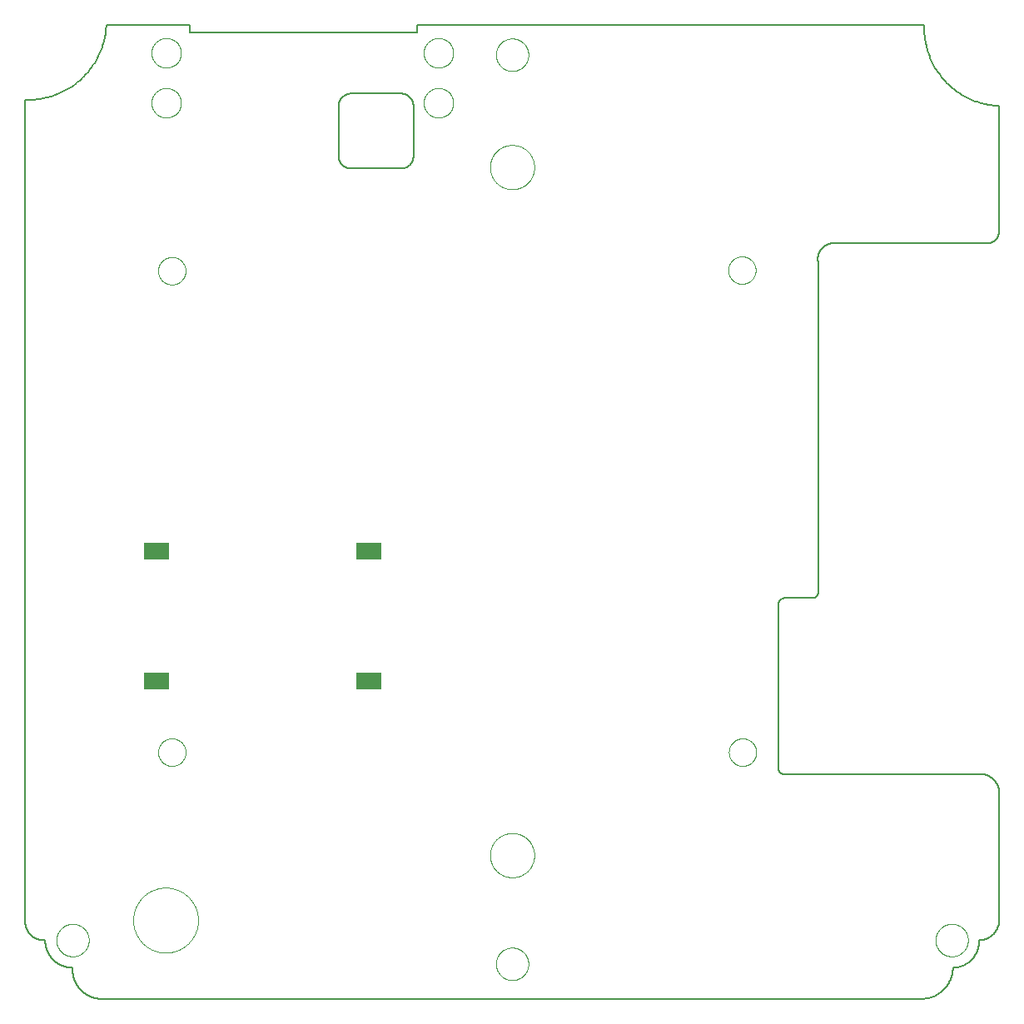
<source format=gbp>
G75*
%MOIN*%
%OFA0B0*%
%FSLAX25Y25*%
%IPPOS*%
%LPD*%
%AMOC8*
5,1,8,0,0,1.08239X$1,22.5*
%
%ADD10C,0.00600*%
%ADD11C,0.00000*%
%ADD12R,0.10000X0.06600*%
D10*
X0062095Y0042600D02*
X0062095Y0371600D01*
X0062862Y0371579D01*
X0063630Y0371576D01*
X0064397Y0371593D01*
X0065164Y0371628D01*
X0065930Y0371682D01*
X0066694Y0371755D01*
X0067456Y0371846D01*
X0068216Y0371957D01*
X0068972Y0372085D01*
X0069726Y0372233D01*
X0070475Y0372399D01*
X0071220Y0372583D01*
X0071961Y0372785D01*
X0072696Y0373006D01*
X0073425Y0373244D01*
X0074149Y0373500D01*
X0074866Y0373774D01*
X0075576Y0374066D01*
X0076279Y0374375D01*
X0076974Y0374701D01*
X0077660Y0375044D01*
X0078339Y0375403D01*
X0079008Y0375780D01*
X0079667Y0376172D01*
X0080317Y0376581D01*
X0080957Y0377005D01*
X0081586Y0377445D01*
X0082204Y0377900D01*
X0082810Y0378371D01*
X0083405Y0378856D01*
X0083988Y0379355D01*
X0084558Y0379869D01*
X0085116Y0380397D01*
X0085660Y0380938D01*
X0086191Y0381492D01*
X0086709Y0382059D01*
X0087212Y0382639D01*
X0087701Y0383230D01*
X0088175Y0383834D01*
X0088634Y0384449D01*
X0089078Y0385075D01*
X0089506Y0385712D01*
X0089919Y0386359D01*
X0090316Y0387016D01*
X0090696Y0387683D01*
X0091060Y0388359D01*
X0091408Y0389043D01*
X0091738Y0389736D01*
X0092051Y0390437D01*
X0092347Y0391145D01*
X0092626Y0391861D01*
X0092887Y0392582D01*
X0093130Y0393311D01*
X0093355Y0394044D01*
X0093562Y0394783D01*
X0093751Y0395527D01*
X0093921Y0396276D01*
X0094073Y0397028D01*
X0094207Y0397784D01*
X0094322Y0398543D01*
X0094418Y0399304D01*
X0094496Y0400068D01*
X0094555Y0400833D01*
X0094595Y0401600D01*
X0128095Y0401600D01*
X0128095Y0398600D01*
X0219095Y0398600D01*
X0219095Y0401600D01*
X0422095Y0401600D01*
X0422074Y0400845D01*
X0422071Y0400089D01*
X0422087Y0399333D01*
X0422120Y0398578D01*
X0422172Y0397824D01*
X0422242Y0397072D01*
X0422331Y0396321D01*
X0422437Y0395573D01*
X0422561Y0394827D01*
X0422704Y0394085D01*
X0422864Y0393346D01*
X0423042Y0392612D01*
X0423238Y0391882D01*
X0423452Y0391157D01*
X0423682Y0390437D01*
X0423931Y0389724D01*
X0424196Y0389016D01*
X0424478Y0388315D01*
X0424778Y0387621D01*
X0425094Y0386934D01*
X0425426Y0386255D01*
X0425775Y0385585D01*
X0426140Y0384923D01*
X0426520Y0384270D01*
X0426917Y0383627D01*
X0427328Y0382993D01*
X0427755Y0382369D01*
X0428197Y0381756D01*
X0428654Y0381154D01*
X0429125Y0380563D01*
X0429610Y0379984D01*
X0430109Y0379416D01*
X0430622Y0378861D01*
X0431148Y0378318D01*
X0431687Y0377788D01*
X0432238Y0377271D01*
X0432802Y0376768D01*
X0433378Y0376278D01*
X0433965Y0375803D01*
X0434564Y0375342D01*
X0435174Y0374895D01*
X0435794Y0374464D01*
X0436425Y0374047D01*
X0437066Y0373646D01*
X0437716Y0373260D01*
X0438375Y0372891D01*
X0439043Y0372537D01*
X0439719Y0372199D01*
X0440403Y0371878D01*
X0441095Y0371574D01*
X0441794Y0371286D01*
X0442499Y0371016D01*
X0443211Y0370762D01*
X0443929Y0370526D01*
X0444653Y0370307D01*
X0445381Y0370106D01*
X0446114Y0369922D01*
X0446852Y0369756D01*
X0447593Y0369609D01*
X0448337Y0369479D01*
X0449085Y0369367D01*
X0449835Y0369273D01*
X0450587Y0369197D01*
X0451340Y0369139D01*
X0452095Y0369100D01*
X0452095Y0319100D01*
X0452093Y0318960D01*
X0452087Y0318820D01*
X0452077Y0318680D01*
X0452064Y0318540D01*
X0452046Y0318401D01*
X0452024Y0318262D01*
X0451999Y0318125D01*
X0451970Y0317987D01*
X0451937Y0317851D01*
X0451900Y0317716D01*
X0451859Y0317582D01*
X0451814Y0317449D01*
X0451766Y0317317D01*
X0451714Y0317187D01*
X0451659Y0317058D01*
X0451600Y0316931D01*
X0451537Y0316805D01*
X0451471Y0316681D01*
X0451402Y0316560D01*
X0451329Y0316440D01*
X0451252Y0316322D01*
X0451173Y0316207D01*
X0451090Y0316093D01*
X0451004Y0315983D01*
X0450915Y0315874D01*
X0450823Y0315768D01*
X0450728Y0315665D01*
X0450631Y0315564D01*
X0450530Y0315467D01*
X0450427Y0315372D01*
X0450321Y0315280D01*
X0450212Y0315191D01*
X0450102Y0315105D01*
X0449988Y0315022D01*
X0449873Y0314943D01*
X0449755Y0314866D01*
X0449635Y0314793D01*
X0449514Y0314724D01*
X0449390Y0314658D01*
X0449264Y0314595D01*
X0449137Y0314536D01*
X0449008Y0314481D01*
X0448878Y0314429D01*
X0448746Y0314381D01*
X0448613Y0314336D01*
X0448479Y0314295D01*
X0448344Y0314258D01*
X0448208Y0314225D01*
X0448070Y0314196D01*
X0447933Y0314171D01*
X0447794Y0314149D01*
X0447655Y0314131D01*
X0447515Y0314118D01*
X0447375Y0314108D01*
X0447235Y0314102D01*
X0447095Y0314100D01*
X0384595Y0314100D01*
X0384440Y0314067D01*
X0384285Y0314030D01*
X0384131Y0313989D01*
X0383979Y0313945D01*
X0383827Y0313896D01*
X0383677Y0313844D01*
X0383529Y0313788D01*
X0383381Y0313729D01*
X0383235Y0313665D01*
X0383091Y0313598D01*
X0382949Y0313528D01*
X0382808Y0313454D01*
X0382669Y0313377D01*
X0382533Y0313296D01*
X0382398Y0313211D01*
X0382265Y0313124D01*
X0382135Y0313033D01*
X0382007Y0312939D01*
X0381881Y0312842D01*
X0381758Y0312741D01*
X0381637Y0312638D01*
X0381519Y0312531D01*
X0381404Y0312422D01*
X0381291Y0312310D01*
X0381182Y0312195D01*
X0381075Y0312077D01*
X0380971Y0311957D01*
X0380870Y0311834D01*
X0380772Y0311709D01*
X0380677Y0311581D01*
X0380586Y0311451D01*
X0380498Y0311319D01*
X0380413Y0311185D01*
X0380332Y0311048D01*
X0380254Y0310910D01*
X0380179Y0310770D01*
X0380108Y0310627D01*
X0380041Y0310484D01*
X0379977Y0310338D01*
X0379916Y0310191D01*
X0379860Y0310042D01*
X0379807Y0309893D01*
X0379758Y0309741D01*
X0379713Y0309589D01*
X0379671Y0309436D01*
X0379634Y0309281D01*
X0379600Y0309126D01*
X0379570Y0308970D01*
X0379544Y0308813D01*
X0379522Y0308656D01*
X0379504Y0308498D01*
X0379490Y0308339D01*
X0379480Y0308181D01*
X0379473Y0308022D01*
X0379471Y0307863D01*
X0379473Y0307704D01*
X0379478Y0307545D01*
X0379488Y0307387D01*
X0379501Y0307228D01*
X0379519Y0307071D01*
X0379540Y0306913D01*
X0379566Y0306756D01*
X0379595Y0306600D01*
X0379595Y0174100D01*
X0379583Y0174007D01*
X0379567Y0173915D01*
X0379547Y0173824D01*
X0379523Y0173733D01*
X0379496Y0173644D01*
X0379465Y0173555D01*
X0379430Y0173468D01*
X0379392Y0173383D01*
X0379350Y0173299D01*
X0379305Y0173217D01*
X0379257Y0173137D01*
X0379205Y0173059D01*
X0379150Y0172983D01*
X0379092Y0172910D01*
X0379031Y0172839D01*
X0378967Y0172771D01*
X0378900Y0172705D01*
X0378831Y0172642D01*
X0378759Y0172582D01*
X0378685Y0172525D01*
X0378608Y0172471D01*
X0378530Y0172421D01*
X0378449Y0172373D01*
X0378366Y0172330D01*
X0378282Y0172289D01*
X0378196Y0172252D01*
X0378109Y0172219D01*
X0378020Y0172189D01*
X0377930Y0172163D01*
X0377839Y0172141D01*
X0377747Y0172122D01*
X0377655Y0172107D01*
X0377562Y0172096D01*
X0377469Y0172089D01*
X0377375Y0172086D01*
X0377282Y0172087D01*
X0377188Y0172091D01*
X0377095Y0172100D01*
X0366095Y0172100D01*
X0365992Y0172088D01*
X0365890Y0172073D01*
X0365789Y0172054D01*
X0365688Y0172032D01*
X0365588Y0172005D01*
X0365489Y0171975D01*
X0365392Y0171941D01*
X0365296Y0171904D01*
X0365201Y0171863D01*
X0365108Y0171818D01*
X0365016Y0171770D01*
X0364927Y0171719D01*
X0364839Y0171664D01*
X0364754Y0171606D01*
X0364670Y0171545D01*
X0364590Y0171481D01*
X0364511Y0171414D01*
X0364435Y0171344D01*
X0364362Y0171271D01*
X0364292Y0171196D01*
X0364224Y0171118D01*
X0364159Y0171037D01*
X0364098Y0170954D01*
X0364039Y0170869D01*
X0363984Y0170782D01*
X0363932Y0170692D01*
X0363884Y0170601D01*
X0363839Y0170508D01*
X0363797Y0170414D01*
X0363759Y0170318D01*
X0363725Y0170220D01*
X0363694Y0170122D01*
X0363667Y0170022D01*
X0363644Y0169922D01*
X0363624Y0169820D01*
X0363609Y0169718D01*
X0363597Y0169616D01*
X0363589Y0169513D01*
X0363585Y0169409D01*
X0363584Y0169306D01*
X0363588Y0169203D01*
X0363595Y0169100D01*
X0363595Y0104100D01*
X0363597Y0104002D01*
X0363603Y0103904D01*
X0363612Y0103806D01*
X0363626Y0103709D01*
X0363643Y0103612D01*
X0363664Y0103516D01*
X0363689Y0103421D01*
X0363717Y0103327D01*
X0363750Y0103235D01*
X0363785Y0103143D01*
X0363825Y0103053D01*
X0363867Y0102965D01*
X0363914Y0102878D01*
X0363963Y0102794D01*
X0364016Y0102711D01*
X0364072Y0102631D01*
X0364132Y0102552D01*
X0364194Y0102476D01*
X0364259Y0102403D01*
X0364327Y0102332D01*
X0364398Y0102264D01*
X0364471Y0102199D01*
X0364547Y0102137D01*
X0364626Y0102077D01*
X0364706Y0102021D01*
X0364789Y0101968D01*
X0364873Y0101919D01*
X0364960Y0101872D01*
X0365048Y0101830D01*
X0365138Y0101790D01*
X0365230Y0101755D01*
X0365322Y0101722D01*
X0365416Y0101694D01*
X0365511Y0101669D01*
X0365607Y0101648D01*
X0365704Y0101631D01*
X0365801Y0101617D01*
X0365899Y0101608D01*
X0365997Y0101602D01*
X0366095Y0101600D01*
X0444595Y0101600D01*
X0444776Y0101598D01*
X0444957Y0101591D01*
X0445138Y0101580D01*
X0445319Y0101565D01*
X0445499Y0101545D01*
X0445679Y0101521D01*
X0445858Y0101493D01*
X0446036Y0101460D01*
X0446213Y0101423D01*
X0446390Y0101382D01*
X0446565Y0101337D01*
X0446740Y0101287D01*
X0446913Y0101233D01*
X0447084Y0101175D01*
X0447255Y0101113D01*
X0447423Y0101046D01*
X0447590Y0100976D01*
X0447756Y0100902D01*
X0447919Y0100823D01*
X0448080Y0100741D01*
X0448240Y0100655D01*
X0448397Y0100565D01*
X0448552Y0100471D01*
X0448705Y0100374D01*
X0448855Y0100272D01*
X0449003Y0100168D01*
X0449149Y0100059D01*
X0449291Y0099948D01*
X0449431Y0099832D01*
X0449568Y0099714D01*
X0449703Y0099592D01*
X0449834Y0099467D01*
X0449962Y0099339D01*
X0450087Y0099208D01*
X0450209Y0099073D01*
X0450327Y0098936D01*
X0450443Y0098796D01*
X0450554Y0098654D01*
X0450663Y0098508D01*
X0450767Y0098360D01*
X0450869Y0098210D01*
X0450966Y0098057D01*
X0451060Y0097902D01*
X0451150Y0097745D01*
X0451236Y0097585D01*
X0451318Y0097424D01*
X0451397Y0097261D01*
X0451471Y0097095D01*
X0451541Y0096928D01*
X0451608Y0096760D01*
X0451670Y0096589D01*
X0451728Y0096418D01*
X0451782Y0096245D01*
X0451832Y0096070D01*
X0451877Y0095895D01*
X0451918Y0095718D01*
X0451955Y0095541D01*
X0451988Y0095363D01*
X0452016Y0095184D01*
X0452040Y0095004D01*
X0452060Y0094824D01*
X0452075Y0094643D01*
X0452086Y0094462D01*
X0452093Y0094281D01*
X0452095Y0094100D01*
X0452095Y0044100D01*
X0452111Y0043900D01*
X0452122Y0043701D01*
X0452128Y0043500D01*
X0452129Y0043300D01*
X0452125Y0043100D01*
X0452117Y0042900D01*
X0452103Y0042700D01*
X0452085Y0042501D01*
X0452062Y0042302D01*
X0452035Y0042104D01*
X0452002Y0041906D01*
X0451965Y0041710D01*
X0451923Y0041514D01*
X0451876Y0041319D01*
X0451825Y0041126D01*
X0451769Y0040934D01*
X0451708Y0040743D01*
X0451643Y0040554D01*
X0451573Y0040366D01*
X0451499Y0040180D01*
X0451420Y0039996D01*
X0451336Y0039814D01*
X0451249Y0039634D01*
X0451157Y0039456D01*
X0451061Y0039281D01*
X0450960Y0039108D01*
X0450856Y0038937D01*
X0450747Y0038769D01*
X0450634Y0038603D01*
X0450518Y0038441D01*
X0450397Y0038281D01*
X0450273Y0038124D01*
X0450144Y0037970D01*
X0450013Y0037820D01*
X0449877Y0037672D01*
X0449738Y0037528D01*
X0449596Y0037387D01*
X0449450Y0037250D01*
X0449301Y0037116D01*
X0449149Y0036986D01*
X0448993Y0036860D01*
X0448835Y0036738D01*
X0448674Y0036619D01*
X0448510Y0036504D01*
X0448343Y0036394D01*
X0448174Y0036287D01*
X0448002Y0036184D01*
X0447827Y0036086D01*
X0447651Y0035992D01*
X0447472Y0035902D01*
X0447291Y0035817D01*
X0447108Y0035736D01*
X0446923Y0035659D01*
X0446736Y0035587D01*
X0446548Y0035519D01*
X0446358Y0035456D01*
X0446166Y0035398D01*
X0445973Y0035344D01*
X0445779Y0035295D01*
X0445584Y0035251D01*
X0445388Y0035211D01*
X0445191Y0035176D01*
X0444993Y0035146D01*
X0444794Y0035121D01*
X0444595Y0035100D01*
X0444095Y0035100D01*
X0444098Y0034840D01*
X0444095Y0034580D01*
X0444085Y0034321D01*
X0444069Y0034061D01*
X0444047Y0033802D01*
X0444018Y0033544D01*
X0443984Y0033287D01*
X0443943Y0033030D01*
X0443896Y0032774D01*
X0443843Y0032520D01*
X0443783Y0032267D01*
X0443718Y0032016D01*
X0443646Y0031766D01*
X0443569Y0031518D01*
X0443485Y0031272D01*
X0443396Y0031028D01*
X0443300Y0030786D01*
X0443199Y0030547D01*
X0443092Y0030310D01*
X0442980Y0030076D01*
X0442862Y0029844D01*
X0442738Y0029616D01*
X0442609Y0029390D01*
X0442474Y0029168D01*
X0442334Y0028949D01*
X0442189Y0028734D01*
X0442039Y0028522D01*
X0441883Y0028313D01*
X0441723Y0028109D01*
X0441557Y0027908D01*
X0441387Y0027712D01*
X0441212Y0027520D01*
X0441033Y0027332D01*
X0440849Y0027148D01*
X0440661Y0026969D01*
X0440468Y0026795D01*
X0440271Y0026625D01*
X0440071Y0026460D01*
X0439866Y0026300D01*
X0439657Y0026145D01*
X0439445Y0025995D01*
X0439230Y0025850D01*
X0439010Y0025710D01*
X0438788Y0025576D01*
X0438562Y0025447D01*
X0438333Y0025324D01*
X0438102Y0025206D01*
X0437867Y0025094D01*
X0437630Y0024988D01*
X0437391Y0024887D01*
X0437149Y0024792D01*
X0436905Y0024703D01*
X0436659Y0024620D01*
X0436410Y0024543D01*
X0436160Y0024472D01*
X0435909Y0024407D01*
X0435656Y0024348D01*
X0435401Y0024295D01*
X0435146Y0024249D01*
X0434889Y0024208D01*
X0434631Y0024174D01*
X0434373Y0024146D01*
X0434114Y0024125D01*
X0433855Y0024109D01*
X0433595Y0024100D01*
X0433585Y0023792D01*
X0433568Y0023484D01*
X0433543Y0023177D01*
X0433511Y0022871D01*
X0433471Y0022565D01*
X0433425Y0022260D01*
X0433370Y0021957D01*
X0433309Y0021655D01*
X0433240Y0021355D01*
X0433164Y0021056D01*
X0433081Y0020759D01*
X0432991Y0020465D01*
X0432893Y0020172D01*
X0432789Y0019883D01*
X0432677Y0019595D01*
X0432559Y0019311D01*
X0432434Y0019029D01*
X0432302Y0018751D01*
X0432163Y0018475D01*
X0432018Y0018204D01*
X0431866Y0017935D01*
X0431708Y0017671D01*
X0431543Y0017410D01*
X0431373Y0017154D01*
X0431196Y0016902D01*
X0431013Y0016654D01*
X0430824Y0016410D01*
X0430629Y0016172D01*
X0430428Y0015937D01*
X0430222Y0015708D01*
X0430011Y0015484D01*
X0429794Y0015265D01*
X0429572Y0015052D01*
X0429345Y0014844D01*
X0429112Y0014641D01*
X0428875Y0014444D01*
X0428634Y0014253D01*
X0428387Y0014068D01*
X0428137Y0013888D01*
X0427882Y0013715D01*
X0427623Y0013548D01*
X0427360Y0013388D01*
X0427093Y0013234D01*
X0426823Y0013086D01*
X0426549Y0012945D01*
X0426271Y0012810D01*
X0425991Y0012682D01*
X0425708Y0012561D01*
X0425421Y0012447D01*
X0425132Y0012340D01*
X0424841Y0012240D01*
X0424547Y0012147D01*
X0424251Y0012061D01*
X0423953Y0011983D01*
X0423653Y0011911D01*
X0423352Y0011847D01*
X0423049Y0011790D01*
X0422745Y0011740D01*
X0422440Y0011698D01*
X0422134Y0011663D01*
X0421827Y0011636D01*
X0421519Y0011616D01*
X0421211Y0011603D01*
X0420903Y0011598D01*
X0420595Y0011600D01*
X0092095Y0011600D01*
X0091811Y0011621D01*
X0091528Y0011650D01*
X0091246Y0011685D01*
X0090964Y0011727D01*
X0090684Y0011776D01*
X0090405Y0011832D01*
X0090127Y0011894D01*
X0089851Y0011963D01*
X0089577Y0012039D01*
X0089305Y0012121D01*
X0089035Y0012210D01*
X0088766Y0012305D01*
X0088501Y0012407D01*
X0088238Y0012515D01*
X0087977Y0012629D01*
X0087719Y0012750D01*
X0087465Y0012877D01*
X0087213Y0013010D01*
X0086965Y0013149D01*
X0086720Y0013294D01*
X0086479Y0013445D01*
X0086242Y0013602D01*
X0086008Y0013764D01*
X0085778Y0013932D01*
X0085553Y0014106D01*
X0085332Y0014285D01*
X0085115Y0014469D01*
X0084903Y0014658D01*
X0084695Y0014853D01*
X0084492Y0015052D01*
X0084294Y0015257D01*
X0084101Y0015466D01*
X0083913Y0015679D01*
X0083730Y0015897D01*
X0083553Y0016120D01*
X0083381Y0016346D01*
X0083214Y0016577D01*
X0083053Y0016812D01*
X0082898Y0017050D01*
X0082749Y0017292D01*
X0082605Y0017538D01*
X0082468Y0017787D01*
X0082337Y0018040D01*
X0082211Y0018295D01*
X0082092Y0018554D01*
X0081980Y0018815D01*
X0081873Y0019079D01*
X0081773Y0019345D01*
X0081680Y0019614D01*
X0081593Y0019885D01*
X0081512Y0020158D01*
X0081438Y0020432D01*
X0081371Y0020709D01*
X0081311Y0020987D01*
X0081257Y0021266D01*
X0081210Y0021547D01*
X0081170Y0021829D01*
X0081136Y0022111D01*
X0081110Y0022394D01*
X0081090Y0022678D01*
X0081077Y0022962D01*
X0081071Y0023247D01*
X0081072Y0023531D01*
X0081080Y0023816D01*
X0081095Y0024100D01*
X0080829Y0024103D01*
X0080564Y0024113D01*
X0080298Y0024129D01*
X0080033Y0024151D01*
X0079769Y0024180D01*
X0079506Y0024215D01*
X0079243Y0024257D01*
X0078982Y0024305D01*
X0078721Y0024359D01*
X0078463Y0024420D01*
X0078205Y0024486D01*
X0077950Y0024559D01*
X0077696Y0024638D01*
X0077444Y0024724D01*
X0077194Y0024815D01*
X0076947Y0024912D01*
X0076702Y0025015D01*
X0076460Y0025124D01*
X0076220Y0025239D01*
X0075983Y0025360D01*
X0075749Y0025486D01*
X0075518Y0025618D01*
X0075291Y0025756D01*
X0075067Y0025899D01*
X0074846Y0026047D01*
X0074629Y0026201D01*
X0074416Y0026360D01*
X0074207Y0026524D01*
X0074002Y0026693D01*
X0073801Y0026866D01*
X0073604Y0027045D01*
X0073411Y0027228D01*
X0073223Y0027416D01*
X0073040Y0027609D01*
X0072861Y0027806D01*
X0072688Y0028007D01*
X0072519Y0028212D01*
X0072355Y0028421D01*
X0072196Y0028634D01*
X0072042Y0028851D01*
X0071894Y0029072D01*
X0071751Y0029296D01*
X0071613Y0029523D01*
X0071481Y0029754D01*
X0071355Y0029988D01*
X0071234Y0030225D01*
X0071119Y0030465D01*
X0071010Y0030707D01*
X0070907Y0030952D01*
X0070810Y0031199D01*
X0070719Y0031449D01*
X0070633Y0031701D01*
X0070554Y0031955D01*
X0070481Y0032210D01*
X0070415Y0032468D01*
X0070354Y0032726D01*
X0070300Y0032987D01*
X0070252Y0033248D01*
X0070210Y0033511D01*
X0070175Y0033774D01*
X0070146Y0034038D01*
X0070124Y0034303D01*
X0070108Y0034569D01*
X0070098Y0034834D01*
X0070095Y0035100D01*
X0069595Y0035100D01*
X0069414Y0035102D01*
X0069233Y0035109D01*
X0069052Y0035120D01*
X0068871Y0035135D01*
X0068691Y0035155D01*
X0068511Y0035179D01*
X0068332Y0035207D01*
X0068154Y0035240D01*
X0067977Y0035277D01*
X0067800Y0035318D01*
X0067625Y0035363D01*
X0067450Y0035413D01*
X0067277Y0035467D01*
X0067106Y0035525D01*
X0066935Y0035587D01*
X0066767Y0035654D01*
X0066600Y0035724D01*
X0066434Y0035798D01*
X0066271Y0035877D01*
X0066110Y0035959D01*
X0065950Y0036045D01*
X0065793Y0036135D01*
X0065638Y0036229D01*
X0065485Y0036326D01*
X0065335Y0036428D01*
X0065187Y0036532D01*
X0065041Y0036641D01*
X0064899Y0036752D01*
X0064759Y0036868D01*
X0064622Y0036986D01*
X0064487Y0037108D01*
X0064356Y0037233D01*
X0064228Y0037361D01*
X0064103Y0037492D01*
X0063981Y0037627D01*
X0063863Y0037764D01*
X0063747Y0037904D01*
X0063636Y0038046D01*
X0063527Y0038192D01*
X0063423Y0038340D01*
X0063321Y0038490D01*
X0063224Y0038643D01*
X0063130Y0038798D01*
X0063040Y0038955D01*
X0062954Y0039115D01*
X0062872Y0039276D01*
X0062793Y0039439D01*
X0062719Y0039605D01*
X0062649Y0039772D01*
X0062582Y0039940D01*
X0062520Y0040111D01*
X0062462Y0040282D01*
X0062408Y0040455D01*
X0062358Y0040630D01*
X0062313Y0040805D01*
X0062272Y0040982D01*
X0062235Y0041159D01*
X0062202Y0041337D01*
X0062174Y0041516D01*
X0062150Y0041696D01*
X0062130Y0041876D01*
X0062115Y0042057D01*
X0062104Y0042238D01*
X0062097Y0042419D01*
X0062095Y0042600D01*
X0192595Y0344100D02*
X0212595Y0344100D01*
X0212735Y0344102D01*
X0212875Y0344108D01*
X0213015Y0344118D01*
X0213155Y0344131D01*
X0213294Y0344149D01*
X0213433Y0344171D01*
X0213570Y0344196D01*
X0213708Y0344225D01*
X0213844Y0344258D01*
X0213979Y0344295D01*
X0214113Y0344336D01*
X0214246Y0344381D01*
X0214378Y0344429D01*
X0214508Y0344481D01*
X0214637Y0344536D01*
X0214764Y0344595D01*
X0214890Y0344658D01*
X0215014Y0344724D01*
X0215135Y0344793D01*
X0215255Y0344866D01*
X0215373Y0344943D01*
X0215488Y0345022D01*
X0215602Y0345105D01*
X0215712Y0345191D01*
X0215821Y0345280D01*
X0215927Y0345372D01*
X0216030Y0345467D01*
X0216131Y0345564D01*
X0216228Y0345665D01*
X0216323Y0345768D01*
X0216415Y0345874D01*
X0216504Y0345983D01*
X0216590Y0346093D01*
X0216673Y0346207D01*
X0216752Y0346322D01*
X0216829Y0346440D01*
X0216902Y0346560D01*
X0216971Y0346681D01*
X0217037Y0346805D01*
X0217100Y0346931D01*
X0217159Y0347058D01*
X0217214Y0347187D01*
X0217266Y0347317D01*
X0217314Y0347449D01*
X0217359Y0347582D01*
X0217400Y0347716D01*
X0217437Y0347851D01*
X0217470Y0347987D01*
X0217499Y0348125D01*
X0217524Y0348262D01*
X0217546Y0348401D01*
X0217564Y0348540D01*
X0217577Y0348680D01*
X0217587Y0348820D01*
X0217593Y0348960D01*
X0217595Y0349100D01*
X0217595Y0369100D01*
X0217593Y0369240D01*
X0217587Y0369380D01*
X0217577Y0369520D01*
X0217564Y0369660D01*
X0217546Y0369799D01*
X0217524Y0369938D01*
X0217499Y0370075D01*
X0217470Y0370213D01*
X0217437Y0370349D01*
X0217400Y0370484D01*
X0217359Y0370618D01*
X0217314Y0370751D01*
X0217266Y0370883D01*
X0217214Y0371013D01*
X0217159Y0371142D01*
X0217100Y0371269D01*
X0217037Y0371395D01*
X0216971Y0371519D01*
X0216902Y0371640D01*
X0216829Y0371760D01*
X0216752Y0371878D01*
X0216673Y0371993D01*
X0216590Y0372107D01*
X0216504Y0372217D01*
X0216415Y0372326D01*
X0216323Y0372432D01*
X0216228Y0372535D01*
X0216131Y0372636D01*
X0216030Y0372733D01*
X0215927Y0372828D01*
X0215821Y0372920D01*
X0215712Y0373009D01*
X0215602Y0373095D01*
X0215488Y0373178D01*
X0215373Y0373257D01*
X0215255Y0373334D01*
X0215135Y0373407D01*
X0215014Y0373476D01*
X0214890Y0373542D01*
X0214764Y0373605D01*
X0214637Y0373664D01*
X0214508Y0373719D01*
X0214378Y0373771D01*
X0214246Y0373819D01*
X0214113Y0373864D01*
X0213979Y0373905D01*
X0213844Y0373942D01*
X0213708Y0373975D01*
X0213570Y0374004D01*
X0213433Y0374029D01*
X0213294Y0374051D01*
X0213155Y0374069D01*
X0213015Y0374082D01*
X0212875Y0374092D01*
X0212735Y0374098D01*
X0212595Y0374100D01*
X0192595Y0374100D01*
X0192455Y0374098D01*
X0192315Y0374092D01*
X0192175Y0374082D01*
X0192035Y0374069D01*
X0191896Y0374051D01*
X0191757Y0374029D01*
X0191620Y0374004D01*
X0191482Y0373975D01*
X0191346Y0373942D01*
X0191211Y0373905D01*
X0191077Y0373864D01*
X0190944Y0373819D01*
X0190812Y0373771D01*
X0190682Y0373719D01*
X0190553Y0373664D01*
X0190426Y0373605D01*
X0190300Y0373542D01*
X0190176Y0373476D01*
X0190055Y0373407D01*
X0189935Y0373334D01*
X0189817Y0373257D01*
X0189702Y0373178D01*
X0189588Y0373095D01*
X0189478Y0373009D01*
X0189369Y0372920D01*
X0189263Y0372828D01*
X0189160Y0372733D01*
X0189059Y0372636D01*
X0188962Y0372535D01*
X0188867Y0372432D01*
X0188775Y0372326D01*
X0188686Y0372217D01*
X0188600Y0372107D01*
X0188517Y0371993D01*
X0188438Y0371878D01*
X0188361Y0371760D01*
X0188288Y0371640D01*
X0188219Y0371519D01*
X0188153Y0371395D01*
X0188090Y0371269D01*
X0188031Y0371142D01*
X0187976Y0371013D01*
X0187924Y0370883D01*
X0187876Y0370751D01*
X0187831Y0370618D01*
X0187790Y0370484D01*
X0187753Y0370349D01*
X0187720Y0370213D01*
X0187691Y0370075D01*
X0187666Y0369938D01*
X0187644Y0369799D01*
X0187626Y0369660D01*
X0187613Y0369520D01*
X0187603Y0369380D01*
X0187597Y0369240D01*
X0187595Y0369100D01*
X0187595Y0349100D01*
X0187597Y0348960D01*
X0187603Y0348820D01*
X0187613Y0348680D01*
X0187626Y0348540D01*
X0187644Y0348401D01*
X0187666Y0348262D01*
X0187691Y0348125D01*
X0187720Y0347987D01*
X0187753Y0347851D01*
X0187790Y0347716D01*
X0187831Y0347582D01*
X0187876Y0347449D01*
X0187924Y0347317D01*
X0187976Y0347187D01*
X0188031Y0347058D01*
X0188090Y0346931D01*
X0188153Y0346805D01*
X0188219Y0346681D01*
X0188288Y0346560D01*
X0188361Y0346440D01*
X0188438Y0346322D01*
X0188517Y0346207D01*
X0188600Y0346093D01*
X0188686Y0345983D01*
X0188775Y0345874D01*
X0188867Y0345768D01*
X0188962Y0345665D01*
X0189059Y0345564D01*
X0189160Y0345467D01*
X0189263Y0345372D01*
X0189369Y0345280D01*
X0189478Y0345191D01*
X0189588Y0345105D01*
X0189702Y0345022D01*
X0189817Y0344943D01*
X0189935Y0344866D01*
X0190055Y0344793D01*
X0190176Y0344724D01*
X0190300Y0344658D01*
X0190426Y0344595D01*
X0190553Y0344536D01*
X0190682Y0344481D01*
X0190812Y0344429D01*
X0190944Y0344381D01*
X0191077Y0344336D01*
X0191211Y0344295D01*
X0191346Y0344258D01*
X0191482Y0344225D01*
X0191620Y0344196D01*
X0191757Y0344171D01*
X0191896Y0344149D01*
X0192035Y0344131D01*
X0192175Y0344118D01*
X0192315Y0344108D01*
X0192455Y0344102D01*
X0192595Y0344100D01*
D11*
X0221689Y0370350D02*
X0221691Y0370503D01*
X0221697Y0370657D01*
X0221707Y0370810D01*
X0221721Y0370962D01*
X0221739Y0371115D01*
X0221761Y0371266D01*
X0221786Y0371417D01*
X0221816Y0371568D01*
X0221850Y0371718D01*
X0221887Y0371866D01*
X0221928Y0372014D01*
X0221973Y0372160D01*
X0222022Y0372306D01*
X0222075Y0372450D01*
X0222131Y0372592D01*
X0222191Y0372733D01*
X0222255Y0372873D01*
X0222322Y0373011D01*
X0222393Y0373147D01*
X0222468Y0373281D01*
X0222545Y0373413D01*
X0222627Y0373543D01*
X0222711Y0373671D01*
X0222799Y0373797D01*
X0222890Y0373920D01*
X0222984Y0374041D01*
X0223082Y0374159D01*
X0223182Y0374275D01*
X0223286Y0374388D01*
X0223392Y0374499D01*
X0223501Y0374607D01*
X0223613Y0374712D01*
X0223727Y0374813D01*
X0223845Y0374912D01*
X0223964Y0375008D01*
X0224086Y0375101D01*
X0224211Y0375190D01*
X0224338Y0375277D01*
X0224467Y0375359D01*
X0224598Y0375439D01*
X0224731Y0375515D01*
X0224866Y0375588D01*
X0225003Y0375657D01*
X0225142Y0375722D01*
X0225282Y0375784D01*
X0225424Y0375842D01*
X0225567Y0375897D01*
X0225712Y0375948D01*
X0225858Y0375995D01*
X0226005Y0376038D01*
X0226153Y0376077D01*
X0226302Y0376113D01*
X0226452Y0376144D01*
X0226603Y0376172D01*
X0226754Y0376196D01*
X0226907Y0376216D01*
X0227059Y0376232D01*
X0227212Y0376244D01*
X0227365Y0376252D01*
X0227518Y0376256D01*
X0227672Y0376256D01*
X0227825Y0376252D01*
X0227978Y0376244D01*
X0228131Y0376232D01*
X0228283Y0376216D01*
X0228436Y0376196D01*
X0228587Y0376172D01*
X0228738Y0376144D01*
X0228888Y0376113D01*
X0229037Y0376077D01*
X0229185Y0376038D01*
X0229332Y0375995D01*
X0229478Y0375948D01*
X0229623Y0375897D01*
X0229766Y0375842D01*
X0229908Y0375784D01*
X0230048Y0375722D01*
X0230187Y0375657D01*
X0230324Y0375588D01*
X0230459Y0375515D01*
X0230592Y0375439D01*
X0230723Y0375359D01*
X0230852Y0375277D01*
X0230979Y0375190D01*
X0231104Y0375101D01*
X0231226Y0375008D01*
X0231345Y0374912D01*
X0231463Y0374813D01*
X0231577Y0374712D01*
X0231689Y0374607D01*
X0231798Y0374499D01*
X0231904Y0374388D01*
X0232008Y0374275D01*
X0232108Y0374159D01*
X0232206Y0374041D01*
X0232300Y0373920D01*
X0232391Y0373797D01*
X0232479Y0373671D01*
X0232563Y0373543D01*
X0232645Y0373413D01*
X0232722Y0373281D01*
X0232797Y0373147D01*
X0232868Y0373011D01*
X0232935Y0372873D01*
X0232999Y0372733D01*
X0233059Y0372592D01*
X0233115Y0372450D01*
X0233168Y0372306D01*
X0233217Y0372160D01*
X0233262Y0372014D01*
X0233303Y0371866D01*
X0233340Y0371718D01*
X0233374Y0371568D01*
X0233404Y0371417D01*
X0233429Y0371266D01*
X0233451Y0371115D01*
X0233469Y0370962D01*
X0233483Y0370810D01*
X0233493Y0370657D01*
X0233499Y0370503D01*
X0233501Y0370350D01*
X0233499Y0370197D01*
X0233493Y0370043D01*
X0233483Y0369890D01*
X0233469Y0369738D01*
X0233451Y0369585D01*
X0233429Y0369434D01*
X0233404Y0369283D01*
X0233374Y0369132D01*
X0233340Y0368982D01*
X0233303Y0368834D01*
X0233262Y0368686D01*
X0233217Y0368540D01*
X0233168Y0368394D01*
X0233115Y0368250D01*
X0233059Y0368108D01*
X0232999Y0367967D01*
X0232935Y0367827D01*
X0232868Y0367689D01*
X0232797Y0367553D01*
X0232722Y0367419D01*
X0232645Y0367287D01*
X0232563Y0367157D01*
X0232479Y0367029D01*
X0232391Y0366903D01*
X0232300Y0366780D01*
X0232206Y0366659D01*
X0232108Y0366541D01*
X0232008Y0366425D01*
X0231904Y0366312D01*
X0231798Y0366201D01*
X0231689Y0366093D01*
X0231577Y0365988D01*
X0231463Y0365887D01*
X0231345Y0365788D01*
X0231226Y0365692D01*
X0231104Y0365599D01*
X0230979Y0365510D01*
X0230852Y0365423D01*
X0230723Y0365341D01*
X0230592Y0365261D01*
X0230459Y0365185D01*
X0230324Y0365112D01*
X0230187Y0365043D01*
X0230048Y0364978D01*
X0229908Y0364916D01*
X0229766Y0364858D01*
X0229623Y0364803D01*
X0229478Y0364752D01*
X0229332Y0364705D01*
X0229185Y0364662D01*
X0229037Y0364623D01*
X0228888Y0364587D01*
X0228738Y0364556D01*
X0228587Y0364528D01*
X0228436Y0364504D01*
X0228283Y0364484D01*
X0228131Y0364468D01*
X0227978Y0364456D01*
X0227825Y0364448D01*
X0227672Y0364444D01*
X0227518Y0364444D01*
X0227365Y0364448D01*
X0227212Y0364456D01*
X0227059Y0364468D01*
X0226907Y0364484D01*
X0226754Y0364504D01*
X0226603Y0364528D01*
X0226452Y0364556D01*
X0226302Y0364587D01*
X0226153Y0364623D01*
X0226005Y0364662D01*
X0225858Y0364705D01*
X0225712Y0364752D01*
X0225567Y0364803D01*
X0225424Y0364858D01*
X0225282Y0364916D01*
X0225142Y0364978D01*
X0225003Y0365043D01*
X0224866Y0365112D01*
X0224731Y0365185D01*
X0224598Y0365261D01*
X0224467Y0365341D01*
X0224338Y0365423D01*
X0224211Y0365510D01*
X0224086Y0365599D01*
X0223964Y0365692D01*
X0223845Y0365788D01*
X0223727Y0365887D01*
X0223613Y0365988D01*
X0223501Y0366093D01*
X0223392Y0366201D01*
X0223286Y0366312D01*
X0223182Y0366425D01*
X0223082Y0366541D01*
X0222984Y0366659D01*
X0222890Y0366780D01*
X0222799Y0366903D01*
X0222711Y0367029D01*
X0222627Y0367157D01*
X0222545Y0367287D01*
X0222468Y0367419D01*
X0222393Y0367553D01*
X0222322Y0367689D01*
X0222255Y0367827D01*
X0222191Y0367967D01*
X0222131Y0368108D01*
X0222075Y0368250D01*
X0222022Y0368394D01*
X0221973Y0368540D01*
X0221928Y0368686D01*
X0221887Y0368834D01*
X0221850Y0368982D01*
X0221816Y0369132D01*
X0221786Y0369283D01*
X0221761Y0369434D01*
X0221739Y0369585D01*
X0221721Y0369738D01*
X0221707Y0369890D01*
X0221697Y0370043D01*
X0221691Y0370197D01*
X0221689Y0370350D01*
X0221689Y0390350D02*
X0221691Y0390503D01*
X0221697Y0390657D01*
X0221707Y0390810D01*
X0221721Y0390962D01*
X0221739Y0391115D01*
X0221761Y0391266D01*
X0221786Y0391417D01*
X0221816Y0391568D01*
X0221850Y0391718D01*
X0221887Y0391866D01*
X0221928Y0392014D01*
X0221973Y0392160D01*
X0222022Y0392306D01*
X0222075Y0392450D01*
X0222131Y0392592D01*
X0222191Y0392733D01*
X0222255Y0392873D01*
X0222322Y0393011D01*
X0222393Y0393147D01*
X0222468Y0393281D01*
X0222545Y0393413D01*
X0222627Y0393543D01*
X0222711Y0393671D01*
X0222799Y0393797D01*
X0222890Y0393920D01*
X0222984Y0394041D01*
X0223082Y0394159D01*
X0223182Y0394275D01*
X0223286Y0394388D01*
X0223392Y0394499D01*
X0223501Y0394607D01*
X0223613Y0394712D01*
X0223727Y0394813D01*
X0223845Y0394912D01*
X0223964Y0395008D01*
X0224086Y0395101D01*
X0224211Y0395190D01*
X0224338Y0395277D01*
X0224467Y0395359D01*
X0224598Y0395439D01*
X0224731Y0395515D01*
X0224866Y0395588D01*
X0225003Y0395657D01*
X0225142Y0395722D01*
X0225282Y0395784D01*
X0225424Y0395842D01*
X0225567Y0395897D01*
X0225712Y0395948D01*
X0225858Y0395995D01*
X0226005Y0396038D01*
X0226153Y0396077D01*
X0226302Y0396113D01*
X0226452Y0396144D01*
X0226603Y0396172D01*
X0226754Y0396196D01*
X0226907Y0396216D01*
X0227059Y0396232D01*
X0227212Y0396244D01*
X0227365Y0396252D01*
X0227518Y0396256D01*
X0227672Y0396256D01*
X0227825Y0396252D01*
X0227978Y0396244D01*
X0228131Y0396232D01*
X0228283Y0396216D01*
X0228436Y0396196D01*
X0228587Y0396172D01*
X0228738Y0396144D01*
X0228888Y0396113D01*
X0229037Y0396077D01*
X0229185Y0396038D01*
X0229332Y0395995D01*
X0229478Y0395948D01*
X0229623Y0395897D01*
X0229766Y0395842D01*
X0229908Y0395784D01*
X0230048Y0395722D01*
X0230187Y0395657D01*
X0230324Y0395588D01*
X0230459Y0395515D01*
X0230592Y0395439D01*
X0230723Y0395359D01*
X0230852Y0395277D01*
X0230979Y0395190D01*
X0231104Y0395101D01*
X0231226Y0395008D01*
X0231345Y0394912D01*
X0231463Y0394813D01*
X0231577Y0394712D01*
X0231689Y0394607D01*
X0231798Y0394499D01*
X0231904Y0394388D01*
X0232008Y0394275D01*
X0232108Y0394159D01*
X0232206Y0394041D01*
X0232300Y0393920D01*
X0232391Y0393797D01*
X0232479Y0393671D01*
X0232563Y0393543D01*
X0232645Y0393413D01*
X0232722Y0393281D01*
X0232797Y0393147D01*
X0232868Y0393011D01*
X0232935Y0392873D01*
X0232999Y0392733D01*
X0233059Y0392592D01*
X0233115Y0392450D01*
X0233168Y0392306D01*
X0233217Y0392160D01*
X0233262Y0392014D01*
X0233303Y0391866D01*
X0233340Y0391718D01*
X0233374Y0391568D01*
X0233404Y0391417D01*
X0233429Y0391266D01*
X0233451Y0391115D01*
X0233469Y0390962D01*
X0233483Y0390810D01*
X0233493Y0390657D01*
X0233499Y0390503D01*
X0233501Y0390350D01*
X0233499Y0390197D01*
X0233493Y0390043D01*
X0233483Y0389890D01*
X0233469Y0389738D01*
X0233451Y0389585D01*
X0233429Y0389434D01*
X0233404Y0389283D01*
X0233374Y0389132D01*
X0233340Y0388982D01*
X0233303Y0388834D01*
X0233262Y0388686D01*
X0233217Y0388540D01*
X0233168Y0388394D01*
X0233115Y0388250D01*
X0233059Y0388108D01*
X0232999Y0387967D01*
X0232935Y0387827D01*
X0232868Y0387689D01*
X0232797Y0387553D01*
X0232722Y0387419D01*
X0232645Y0387287D01*
X0232563Y0387157D01*
X0232479Y0387029D01*
X0232391Y0386903D01*
X0232300Y0386780D01*
X0232206Y0386659D01*
X0232108Y0386541D01*
X0232008Y0386425D01*
X0231904Y0386312D01*
X0231798Y0386201D01*
X0231689Y0386093D01*
X0231577Y0385988D01*
X0231463Y0385887D01*
X0231345Y0385788D01*
X0231226Y0385692D01*
X0231104Y0385599D01*
X0230979Y0385510D01*
X0230852Y0385423D01*
X0230723Y0385341D01*
X0230592Y0385261D01*
X0230459Y0385185D01*
X0230324Y0385112D01*
X0230187Y0385043D01*
X0230048Y0384978D01*
X0229908Y0384916D01*
X0229766Y0384858D01*
X0229623Y0384803D01*
X0229478Y0384752D01*
X0229332Y0384705D01*
X0229185Y0384662D01*
X0229037Y0384623D01*
X0228888Y0384587D01*
X0228738Y0384556D01*
X0228587Y0384528D01*
X0228436Y0384504D01*
X0228283Y0384484D01*
X0228131Y0384468D01*
X0227978Y0384456D01*
X0227825Y0384448D01*
X0227672Y0384444D01*
X0227518Y0384444D01*
X0227365Y0384448D01*
X0227212Y0384456D01*
X0227059Y0384468D01*
X0226907Y0384484D01*
X0226754Y0384504D01*
X0226603Y0384528D01*
X0226452Y0384556D01*
X0226302Y0384587D01*
X0226153Y0384623D01*
X0226005Y0384662D01*
X0225858Y0384705D01*
X0225712Y0384752D01*
X0225567Y0384803D01*
X0225424Y0384858D01*
X0225282Y0384916D01*
X0225142Y0384978D01*
X0225003Y0385043D01*
X0224866Y0385112D01*
X0224731Y0385185D01*
X0224598Y0385261D01*
X0224467Y0385341D01*
X0224338Y0385423D01*
X0224211Y0385510D01*
X0224086Y0385599D01*
X0223964Y0385692D01*
X0223845Y0385788D01*
X0223727Y0385887D01*
X0223613Y0385988D01*
X0223501Y0386093D01*
X0223392Y0386201D01*
X0223286Y0386312D01*
X0223182Y0386425D01*
X0223082Y0386541D01*
X0222984Y0386659D01*
X0222890Y0386780D01*
X0222799Y0386903D01*
X0222711Y0387029D01*
X0222627Y0387157D01*
X0222545Y0387287D01*
X0222468Y0387419D01*
X0222393Y0387553D01*
X0222322Y0387689D01*
X0222255Y0387827D01*
X0222191Y0387967D01*
X0222131Y0388108D01*
X0222075Y0388250D01*
X0222022Y0388394D01*
X0221973Y0388540D01*
X0221928Y0388686D01*
X0221887Y0388834D01*
X0221850Y0388982D01*
X0221816Y0389132D01*
X0221786Y0389283D01*
X0221761Y0389434D01*
X0221739Y0389585D01*
X0221721Y0389738D01*
X0221707Y0389890D01*
X0221697Y0390043D01*
X0221691Y0390197D01*
X0221689Y0390350D01*
X0250595Y0389600D02*
X0250597Y0389761D01*
X0250603Y0389921D01*
X0250613Y0390082D01*
X0250627Y0390242D01*
X0250645Y0390402D01*
X0250666Y0390561D01*
X0250692Y0390720D01*
X0250722Y0390878D01*
X0250755Y0391035D01*
X0250793Y0391192D01*
X0250834Y0391347D01*
X0250879Y0391501D01*
X0250928Y0391654D01*
X0250981Y0391806D01*
X0251037Y0391957D01*
X0251098Y0392106D01*
X0251161Y0392254D01*
X0251229Y0392400D01*
X0251300Y0392544D01*
X0251374Y0392686D01*
X0251452Y0392827D01*
X0251534Y0392965D01*
X0251619Y0393102D01*
X0251707Y0393236D01*
X0251799Y0393368D01*
X0251894Y0393498D01*
X0251992Y0393626D01*
X0252093Y0393751D01*
X0252197Y0393873D01*
X0252304Y0393993D01*
X0252414Y0394110D01*
X0252527Y0394225D01*
X0252643Y0394336D01*
X0252762Y0394445D01*
X0252883Y0394550D01*
X0253007Y0394653D01*
X0253133Y0394753D01*
X0253261Y0394849D01*
X0253392Y0394942D01*
X0253526Y0395032D01*
X0253661Y0395119D01*
X0253799Y0395202D01*
X0253938Y0395282D01*
X0254080Y0395358D01*
X0254223Y0395431D01*
X0254368Y0395500D01*
X0254515Y0395566D01*
X0254663Y0395628D01*
X0254813Y0395686D01*
X0254964Y0395741D01*
X0255117Y0395792D01*
X0255271Y0395839D01*
X0255426Y0395882D01*
X0255582Y0395921D01*
X0255738Y0395957D01*
X0255896Y0395988D01*
X0256054Y0396016D01*
X0256213Y0396040D01*
X0256373Y0396060D01*
X0256533Y0396076D01*
X0256693Y0396088D01*
X0256854Y0396096D01*
X0257015Y0396100D01*
X0257175Y0396100D01*
X0257336Y0396096D01*
X0257497Y0396088D01*
X0257657Y0396076D01*
X0257817Y0396060D01*
X0257977Y0396040D01*
X0258136Y0396016D01*
X0258294Y0395988D01*
X0258452Y0395957D01*
X0258608Y0395921D01*
X0258764Y0395882D01*
X0258919Y0395839D01*
X0259073Y0395792D01*
X0259226Y0395741D01*
X0259377Y0395686D01*
X0259527Y0395628D01*
X0259675Y0395566D01*
X0259822Y0395500D01*
X0259967Y0395431D01*
X0260110Y0395358D01*
X0260252Y0395282D01*
X0260391Y0395202D01*
X0260529Y0395119D01*
X0260664Y0395032D01*
X0260798Y0394942D01*
X0260929Y0394849D01*
X0261057Y0394753D01*
X0261183Y0394653D01*
X0261307Y0394550D01*
X0261428Y0394445D01*
X0261547Y0394336D01*
X0261663Y0394225D01*
X0261776Y0394110D01*
X0261886Y0393993D01*
X0261993Y0393873D01*
X0262097Y0393751D01*
X0262198Y0393626D01*
X0262296Y0393498D01*
X0262391Y0393368D01*
X0262483Y0393236D01*
X0262571Y0393102D01*
X0262656Y0392965D01*
X0262738Y0392827D01*
X0262816Y0392686D01*
X0262890Y0392544D01*
X0262961Y0392400D01*
X0263029Y0392254D01*
X0263092Y0392106D01*
X0263153Y0391957D01*
X0263209Y0391806D01*
X0263262Y0391654D01*
X0263311Y0391501D01*
X0263356Y0391347D01*
X0263397Y0391192D01*
X0263435Y0391035D01*
X0263468Y0390878D01*
X0263498Y0390720D01*
X0263524Y0390561D01*
X0263545Y0390402D01*
X0263563Y0390242D01*
X0263577Y0390082D01*
X0263587Y0389921D01*
X0263593Y0389761D01*
X0263595Y0389600D01*
X0263593Y0389439D01*
X0263587Y0389279D01*
X0263577Y0389118D01*
X0263563Y0388958D01*
X0263545Y0388798D01*
X0263524Y0388639D01*
X0263498Y0388480D01*
X0263468Y0388322D01*
X0263435Y0388165D01*
X0263397Y0388008D01*
X0263356Y0387853D01*
X0263311Y0387699D01*
X0263262Y0387546D01*
X0263209Y0387394D01*
X0263153Y0387243D01*
X0263092Y0387094D01*
X0263029Y0386946D01*
X0262961Y0386800D01*
X0262890Y0386656D01*
X0262816Y0386514D01*
X0262738Y0386373D01*
X0262656Y0386235D01*
X0262571Y0386098D01*
X0262483Y0385964D01*
X0262391Y0385832D01*
X0262296Y0385702D01*
X0262198Y0385574D01*
X0262097Y0385449D01*
X0261993Y0385327D01*
X0261886Y0385207D01*
X0261776Y0385090D01*
X0261663Y0384975D01*
X0261547Y0384864D01*
X0261428Y0384755D01*
X0261307Y0384650D01*
X0261183Y0384547D01*
X0261057Y0384447D01*
X0260929Y0384351D01*
X0260798Y0384258D01*
X0260664Y0384168D01*
X0260529Y0384081D01*
X0260391Y0383998D01*
X0260252Y0383918D01*
X0260110Y0383842D01*
X0259967Y0383769D01*
X0259822Y0383700D01*
X0259675Y0383634D01*
X0259527Y0383572D01*
X0259377Y0383514D01*
X0259226Y0383459D01*
X0259073Y0383408D01*
X0258919Y0383361D01*
X0258764Y0383318D01*
X0258608Y0383279D01*
X0258452Y0383243D01*
X0258294Y0383212D01*
X0258136Y0383184D01*
X0257977Y0383160D01*
X0257817Y0383140D01*
X0257657Y0383124D01*
X0257497Y0383112D01*
X0257336Y0383104D01*
X0257175Y0383100D01*
X0257015Y0383100D01*
X0256854Y0383104D01*
X0256693Y0383112D01*
X0256533Y0383124D01*
X0256373Y0383140D01*
X0256213Y0383160D01*
X0256054Y0383184D01*
X0255896Y0383212D01*
X0255738Y0383243D01*
X0255582Y0383279D01*
X0255426Y0383318D01*
X0255271Y0383361D01*
X0255117Y0383408D01*
X0254964Y0383459D01*
X0254813Y0383514D01*
X0254663Y0383572D01*
X0254515Y0383634D01*
X0254368Y0383700D01*
X0254223Y0383769D01*
X0254080Y0383842D01*
X0253938Y0383918D01*
X0253799Y0383998D01*
X0253661Y0384081D01*
X0253526Y0384168D01*
X0253392Y0384258D01*
X0253261Y0384351D01*
X0253133Y0384447D01*
X0253007Y0384547D01*
X0252883Y0384650D01*
X0252762Y0384755D01*
X0252643Y0384864D01*
X0252527Y0384975D01*
X0252414Y0385090D01*
X0252304Y0385207D01*
X0252197Y0385327D01*
X0252093Y0385449D01*
X0251992Y0385574D01*
X0251894Y0385702D01*
X0251799Y0385832D01*
X0251707Y0385964D01*
X0251619Y0386098D01*
X0251534Y0386235D01*
X0251452Y0386373D01*
X0251374Y0386514D01*
X0251300Y0386656D01*
X0251229Y0386800D01*
X0251161Y0386946D01*
X0251098Y0387094D01*
X0251037Y0387243D01*
X0250981Y0387394D01*
X0250928Y0387546D01*
X0250879Y0387699D01*
X0250834Y0387853D01*
X0250793Y0388008D01*
X0250755Y0388165D01*
X0250722Y0388322D01*
X0250692Y0388480D01*
X0250666Y0388639D01*
X0250645Y0388798D01*
X0250627Y0388958D01*
X0250613Y0389118D01*
X0250603Y0389279D01*
X0250597Y0389439D01*
X0250595Y0389600D01*
X0248237Y0344600D02*
X0248240Y0344817D01*
X0248248Y0345035D01*
X0248261Y0345252D01*
X0248280Y0345468D01*
X0248304Y0345684D01*
X0248333Y0345900D01*
X0248367Y0346114D01*
X0248407Y0346328D01*
X0248452Y0346541D01*
X0248502Y0346752D01*
X0248558Y0346963D01*
X0248618Y0347171D01*
X0248684Y0347379D01*
X0248755Y0347584D01*
X0248831Y0347788D01*
X0248911Y0347990D01*
X0248997Y0348190D01*
X0249087Y0348387D01*
X0249183Y0348583D01*
X0249283Y0348776D01*
X0249388Y0348966D01*
X0249497Y0349154D01*
X0249611Y0349339D01*
X0249730Y0349521D01*
X0249853Y0349701D01*
X0249980Y0349877D01*
X0250112Y0350050D01*
X0250248Y0350219D01*
X0250388Y0350386D01*
X0250532Y0350549D01*
X0250680Y0350708D01*
X0250831Y0350864D01*
X0250987Y0351015D01*
X0251146Y0351163D01*
X0251309Y0351307D01*
X0251476Y0351447D01*
X0251645Y0351583D01*
X0251818Y0351715D01*
X0251994Y0351842D01*
X0252174Y0351965D01*
X0252356Y0352084D01*
X0252541Y0352198D01*
X0252729Y0352307D01*
X0252919Y0352412D01*
X0253112Y0352512D01*
X0253308Y0352608D01*
X0253505Y0352698D01*
X0253705Y0352784D01*
X0253907Y0352864D01*
X0254111Y0352940D01*
X0254316Y0353011D01*
X0254524Y0353077D01*
X0254732Y0353137D01*
X0254943Y0353193D01*
X0255154Y0353243D01*
X0255367Y0353288D01*
X0255581Y0353328D01*
X0255795Y0353362D01*
X0256011Y0353391D01*
X0256227Y0353415D01*
X0256443Y0353434D01*
X0256660Y0353447D01*
X0256878Y0353455D01*
X0257095Y0353458D01*
X0257312Y0353455D01*
X0257530Y0353447D01*
X0257747Y0353434D01*
X0257963Y0353415D01*
X0258179Y0353391D01*
X0258395Y0353362D01*
X0258609Y0353328D01*
X0258823Y0353288D01*
X0259036Y0353243D01*
X0259247Y0353193D01*
X0259458Y0353137D01*
X0259666Y0353077D01*
X0259874Y0353011D01*
X0260079Y0352940D01*
X0260283Y0352864D01*
X0260485Y0352784D01*
X0260685Y0352698D01*
X0260882Y0352608D01*
X0261078Y0352512D01*
X0261271Y0352412D01*
X0261461Y0352307D01*
X0261649Y0352198D01*
X0261834Y0352084D01*
X0262016Y0351965D01*
X0262196Y0351842D01*
X0262372Y0351715D01*
X0262545Y0351583D01*
X0262714Y0351447D01*
X0262881Y0351307D01*
X0263044Y0351163D01*
X0263203Y0351015D01*
X0263359Y0350864D01*
X0263510Y0350708D01*
X0263658Y0350549D01*
X0263802Y0350386D01*
X0263942Y0350219D01*
X0264078Y0350050D01*
X0264210Y0349877D01*
X0264337Y0349701D01*
X0264460Y0349521D01*
X0264579Y0349339D01*
X0264693Y0349154D01*
X0264802Y0348966D01*
X0264907Y0348776D01*
X0265007Y0348583D01*
X0265103Y0348387D01*
X0265193Y0348190D01*
X0265279Y0347990D01*
X0265359Y0347788D01*
X0265435Y0347584D01*
X0265506Y0347379D01*
X0265572Y0347171D01*
X0265632Y0346963D01*
X0265688Y0346752D01*
X0265738Y0346541D01*
X0265783Y0346328D01*
X0265823Y0346114D01*
X0265857Y0345900D01*
X0265886Y0345684D01*
X0265910Y0345468D01*
X0265929Y0345252D01*
X0265942Y0345035D01*
X0265950Y0344817D01*
X0265953Y0344600D01*
X0265950Y0344383D01*
X0265942Y0344165D01*
X0265929Y0343948D01*
X0265910Y0343732D01*
X0265886Y0343516D01*
X0265857Y0343300D01*
X0265823Y0343086D01*
X0265783Y0342872D01*
X0265738Y0342659D01*
X0265688Y0342448D01*
X0265632Y0342237D01*
X0265572Y0342029D01*
X0265506Y0341821D01*
X0265435Y0341616D01*
X0265359Y0341412D01*
X0265279Y0341210D01*
X0265193Y0341010D01*
X0265103Y0340813D01*
X0265007Y0340617D01*
X0264907Y0340424D01*
X0264802Y0340234D01*
X0264693Y0340046D01*
X0264579Y0339861D01*
X0264460Y0339679D01*
X0264337Y0339499D01*
X0264210Y0339323D01*
X0264078Y0339150D01*
X0263942Y0338981D01*
X0263802Y0338814D01*
X0263658Y0338651D01*
X0263510Y0338492D01*
X0263359Y0338336D01*
X0263203Y0338185D01*
X0263044Y0338037D01*
X0262881Y0337893D01*
X0262714Y0337753D01*
X0262545Y0337617D01*
X0262372Y0337485D01*
X0262196Y0337358D01*
X0262016Y0337235D01*
X0261834Y0337116D01*
X0261649Y0337002D01*
X0261461Y0336893D01*
X0261271Y0336788D01*
X0261078Y0336688D01*
X0260882Y0336592D01*
X0260685Y0336502D01*
X0260485Y0336416D01*
X0260283Y0336336D01*
X0260079Y0336260D01*
X0259874Y0336189D01*
X0259666Y0336123D01*
X0259458Y0336063D01*
X0259247Y0336007D01*
X0259036Y0335957D01*
X0258823Y0335912D01*
X0258609Y0335872D01*
X0258395Y0335838D01*
X0258179Y0335809D01*
X0257963Y0335785D01*
X0257747Y0335766D01*
X0257530Y0335753D01*
X0257312Y0335745D01*
X0257095Y0335742D01*
X0256878Y0335745D01*
X0256660Y0335753D01*
X0256443Y0335766D01*
X0256227Y0335785D01*
X0256011Y0335809D01*
X0255795Y0335838D01*
X0255581Y0335872D01*
X0255367Y0335912D01*
X0255154Y0335957D01*
X0254943Y0336007D01*
X0254732Y0336063D01*
X0254524Y0336123D01*
X0254316Y0336189D01*
X0254111Y0336260D01*
X0253907Y0336336D01*
X0253705Y0336416D01*
X0253505Y0336502D01*
X0253308Y0336592D01*
X0253112Y0336688D01*
X0252919Y0336788D01*
X0252729Y0336893D01*
X0252541Y0337002D01*
X0252356Y0337116D01*
X0252174Y0337235D01*
X0251994Y0337358D01*
X0251818Y0337485D01*
X0251645Y0337617D01*
X0251476Y0337753D01*
X0251309Y0337893D01*
X0251146Y0338037D01*
X0250987Y0338185D01*
X0250831Y0338336D01*
X0250680Y0338492D01*
X0250532Y0338651D01*
X0250388Y0338814D01*
X0250248Y0338981D01*
X0250112Y0339150D01*
X0249980Y0339323D01*
X0249853Y0339499D01*
X0249730Y0339679D01*
X0249611Y0339861D01*
X0249497Y0340046D01*
X0249388Y0340234D01*
X0249283Y0340424D01*
X0249183Y0340617D01*
X0249087Y0340813D01*
X0248997Y0341010D01*
X0248911Y0341210D01*
X0248831Y0341412D01*
X0248755Y0341616D01*
X0248684Y0341821D01*
X0248618Y0342029D01*
X0248558Y0342237D01*
X0248502Y0342448D01*
X0248452Y0342659D01*
X0248407Y0342872D01*
X0248367Y0343086D01*
X0248333Y0343300D01*
X0248304Y0343516D01*
X0248280Y0343732D01*
X0248261Y0343948D01*
X0248248Y0344165D01*
X0248240Y0344383D01*
X0248237Y0344600D01*
X0343595Y0303350D02*
X0343597Y0303498D01*
X0343603Y0303646D01*
X0343613Y0303794D01*
X0343627Y0303942D01*
X0343645Y0304089D01*
X0343667Y0304236D01*
X0343693Y0304382D01*
X0343722Y0304527D01*
X0343756Y0304672D01*
X0343794Y0304815D01*
X0343835Y0304958D01*
X0343880Y0305099D01*
X0343930Y0305239D01*
X0343982Y0305377D01*
X0344039Y0305515D01*
X0344099Y0305650D01*
X0344163Y0305784D01*
X0344230Y0305916D01*
X0344301Y0306046D01*
X0344376Y0306175D01*
X0344454Y0306301D01*
X0344535Y0306425D01*
X0344619Y0306547D01*
X0344707Y0306666D01*
X0344798Y0306783D01*
X0344892Y0306898D01*
X0344990Y0307010D01*
X0345090Y0307119D01*
X0345193Y0307226D01*
X0345299Y0307330D01*
X0345407Y0307431D01*
X0345519Y0307529D01*
X0345633Y0307624D01*
X0345749Y0307715D01*
X0345868Y0307804D01*
X0345989Y0307889D01*
X0346113Y0307971D01*
X0346239Y0308050D01*
X0346366Y0308125D01*
X0346496Y0308197D01*
X0346628Y0308266D01*
X0346761Y0308330D01*
X0346896Y0308391D01*
X0347033Y0308449D01*
X0347171Y0308503D01*
X0347311Y0308553D01*
X0347452Y0308599D01*
X0347594Y0308641D01*
X0347737Y0308680D01*
X0347881Y0308714D01*
X0348027Y0308745D01*
X0348172Y0308772D01*
X0348319Y0308795D01*
X0348466Y0308814D01*
X0348614Y0308829D01*
X0348761Y0308840D01*
X0348910Y0308847D01*
X0349058Y0308850D01*
X0349206Y0308849D01*
X0349354Y0308844D01*
X0349502Y0308835D01*
X0349650Y0308822D01*
X0349798Y0308805D01*
X0349944Y0308784D01*
X0350091Y0308759D01*
X0350236Y0308730D01*
X0350381Y0308698D01*
X0350524Y0308661D01*
X0350667Y0308621D01*
X0350809Y0308576D01*
X0350949Y0308528D01*
X0351088Y0308476D01*
X0351225Y0308421D01*
X0351361Y0308361D01*
X0351496Y0308298D01*
X0351628Y0308232D01*
X0351759Y0308162D01*
X0351888Y0308088D01*
X0352014Y0308011D01*
X0352139Y0307931D01*
X0352261Y0307847D01*
X0352382Y0307760D01*
X0352499Y0307670D01*
X0352615Y0307576D01*
X0352727Y0307480D01*
X0352837Y0307381D01*
X0352945Y0307278D01*
X0353049Y0307173D01*
X0353151Y0307065D01*
X0353249Y0306954D01*
X0353345Y0306841D01*
X0353438Y0306725D01*
X0353527Y0306607D01*
X0353613Y0306486D01*
X0353696Y0306363D01*
X0353776Y0306238D01*
X0353852Y0306111D01*
X0353925Y0305981D01*
X0353994Y0305850D01*
X0354059Y0305717D01*
X0354122Y0305583D01*
X0354180Y0305446D01*
X0354235Y0305308D01*
X0354285Y0305169D01*
X0354333Y0305028D01*
X0354376Y0304887D01*
X0354416Y0304744D01*
X0354451Y0304600D01*
X0354483Y0304455D01*
X0354511Y0304309D01*
X0354535Y0304163D01*
X0354555Y0304016D01*
X0354571Y0303868D01*
X0354583Y0303721D01*
X0354591Y0303572D01*
X0354595Y0303424D01*
X0354595Y0303276D01*
X0354591Y0303128D01*
X0354583Y0302979D01*
X0354571Y0302832D01*
X0354555Y0302684D01*
X0354535Y0302537D01*
X0354511Y0302391D01*
X0354483Y0302245D01*
X0354451Y0302100D01*
X0354416Y0301956D01*
X0354376Y0301813D01*
X0354333Y0301672D01*
X0354285Y0301531D01*
X0354235Y0301392D01*
X0354180Y0301254D01*
X0354122Y0301117D01*
X0354059Y0300983D01*
X0353994Y0300850D01*
X0353925Y0300719D01*
X0353852Y0300589D01*
X0353776Y0300462D01*
X0353696Y0300337D01*
X0353613Y0300214D01*
X0353527Y0300093D01*
X0353438Y0299975D01*
X0353345Y0299859D01*
X0353249Y0299746D01*
X0353151Y0299635D01*
X0353049Y0299527D01*
X0352945Y0299422D01*
X0352837Y0299319D01*
X0352727Y0299220D01*
X0352615Y0299124D01*
X0352499Y0299030D01*
X0352382Y0298940D01*
X0352261Y0298853D01*
X0352139Y0298769D01*
X0352014Y0298689D01*
X0351888Y0298612D01*
X0351759Y0298538D01*
X0351628Y0298468D01*
X0351496Y0298402D01*
X0351361Y0298339D01*
X0351225Y0298279D01*
X0351088Y0298224D01*
X0350949Y0298172D01*
X0350809Y0298124D01*
X0350667Y0298079D01*
X0350524Y0298039D01*
X0350381Y0298002D01*
X0350236Y0297970D01*
X0350091Y0297941D01*
X0349944Y0297916D01*
X0349798Y0297895D01*
X0349650Y0297878D01*
X0349502Y0297865D01*
X0349354Y0297856D01*
X0349206Y0297851D01*
X0349058Y0297850D01*
X0348910Y0297853D01*
X0348761Y0297860D01*
X0348614Y0297871D01*
X0348466Y0297886D01*
X0348319Y0297905D01*
X0348172Y0297928D01*
X0348027Y0297955D01*
X0347881Y0297986D01*
X0347737Y0298020D01*
X0347594Y0298059D01*
X0347452Y0298101D01*
X0347311Y0298147D01*
X0347171Y0298197D01*
X0347033Y0298251D01*
X0346896Y0298309D01*
X0346761Y0298370D01*
X0346628Y0298434D01*
X0346496Y0298503D01*
X0346366Y0298575D01*
X0346239Y0298650D01*
X0346113Y0298729D01*
X0345989Y0298811D01*
X0345868Y0298896D01*
X0345749Y0298985D01*
X0345633Y0299076D01*
X0345519Y0299171D01*
X0345407Y0299269D01*
X0345299Y0299370D01*
X0345193Y0299474D01*
X0345090Y0299581D01*
X0344990Y0299690D01*
X0344892Y0299802D01*
X0344798Y0299917D01*
X0344707Y0300034D01*
X0344619Y0300153D01*
X0344535Y0300275D01*
X0344454Y0300399D01*
X0344376Y0300525D01*
X0344301Y0300654D01*
X0344230Y0300784D01*
X0344163Y0300916D01*
X0344099Y0301050D01*
X0344039Y0301185D01*
X0343982Y0301323D01*
X0343930Y0301461D01*
X0343880Y0301601D01*
X0343835Y0301742D01*
X0343794Y0301885D01*
X0343756Y0302028D01*
X0343722Y0302173D01*
X0343693Y0302318D01*
X0343667Y0302464D01*
X0343645Y0302611D01*
X0343627Y0302758D01*
X0343613Y0302906D01*
X0343603Y0303054D01*
X0343597Y0303202D01*
X0343595Y0303350D01*
X0343845Y0110350D02*
X0343847Y0110498D01*
X0343853Y0110646D01*
X0343863Y0110794D01*
X0343877Y0110942D01*
X0343895Y0111089D01*
X0343917Y0111236D01*
X0343943Y0111382D01*
X0343972Y0111527D01*
X0344006Y0111672D01*
X0344044Y0111815D01*
X0344085Y0111958D01*
X0344130Y0112099D01*
X0344180Y0112239D01*
X0344232Y0112377D01*
X0344289Y0112515D01*
X0344349Y0112650D01*
X0344413Y0112784D01*
X0344480Y0112916D01*
X0344551Y0113046D01*
X0344626Y0113175D01*
X0344704Y0113301D01*
X0344785Y0113425D01*
X0344869Y0113547D01*
X0344957Y0113666D01*
X0345048Y0113783D01*
X0345142Y0113898D01*
X0345240Y0114010D01*
X0345340Y0114119D01*
X0345443Y0114226D01*
X0345549Y0114330D01*
X0345657Y0114431D01*
X0345769Y0114529D01*
X0345883Y0114624D01*
X0345999Y0114715D01*
X0346118Y0114804D01*
X0346239Y0114889D01*
X0346363Y0114971D01*
X0346489Y0115050D01*
X0346616Y0115125D01*
X0346746Y0115197D01*
X0346878Y0115266D01*
X0347011Y0115330D01*
X0347146Y0115391D01*
X0347283Y0115449D01*
X0347421Y0115503D01*
X0347561Y0115553D01*
X0347702Y0115599D01*
X0347844Y0115641D01*
X0347987Y0115680D01*
X0348131Y0115714D01*
X0348277Y0115745D01*
X0348422Y0115772D01*
X0348569Y0115795D01*
X0348716Y0115814D01*
X0348864Y0115829D01*
X0349011Y0115840D01*
X0349160Y0115847D01*
X0349308Y0115850D01*
X0349456Y0115849D01*
X0349604Y0115844D01*
X0349752Y0115835D01*
X0349900Y0115822D01*
X0350048Y0115805D01*
X0350194Y0115784D01*
X0350341Y0115759D01*
X0350486Y0115730D01*
X0350631Y0115698D01*
X0350774Y0115661D01*
X0350917Y0115621D01*
X0351059Y0115576D01*
X0351199Y0115528D01*
X0351338Y0115476D01*
X0351475Y0115421D01*
X0351611Y0115361D01*
X0351746Y0115298D01*
X0351878Y0115232D01*
X0352009Y0115162D01*
X0352138Y0115088D01*
X0352264Y0115011D01*
X0352389Y0114931D01*
X0352511Y0114847D01*
X0352632Y0114760D01*
X0352749Y0114670D01*
X0352865Y0114576D01*
X0352977Y0114480D01*
X0353087Y0114381D01*
X0353195Y0114278D01*
X0353299Y0114173D01*
X0353401Y0114065D01*
X0353499Y0113954D01*
X0353595Y0113841D01*
X0353688Y0113725D01*
X0353777Y0113607D01*
X0353863Y0113486D01*
X0353946Y0113363D01*
X0354026Y0113238D01*
X0354102Y0113111D01*
X0354175Y0112981D01*
X0354244Y0112850D01*
X0354309Y0112717D01*
X0354372Y0112583D01*
X0354430Y0112446D01*
X0354485Y0112308D01*
X0354535Y0112169D01*
X0354583Y0112028D01*
X0354626Y0111887D01*
X0354666Y0111744D01*
X0354701Y0111600D01*
X0354733Y0111455D01*
X0354761Y0111309D01*
X0354785Y0111163D01*
X0354805Y0111016D01*
X0354821Y0110868D01*
X0354833Y0110721D01*
X0354841Y0110572D01*
X0354845Y0110424D01*
X0354845Y0110276D01*
X0354841Y0110128D01*
X0354833Y0109979D01*
X0354821Y0109832D01*
X0354805Y0109684D01*
X0354785Y0109537D01*
X0354761Y0109391D01*
X0354733Y0109245D01*
X0354701Y0109100D01*
X0354666Y0108956D01*
X0354626Y0108813D01*
X0354583Y0108672D01*
X0354535Y0108531D01*
X0354485Y0108392D01*
X0354430Y0108254D01*
X0354372Y0108117D01*
X0354309Y0107983D01*
X0354244Y0107850D01*
X0354175Y0107719D01*
X0354102Y0107589D01*
X0354026Y0107462D01*
X0353946Y0107337D01*
X0353863Y0107214D01*
X0353777Y0107093D01*
X0353688Y0106975D01*
X0353595Y0106859D01*
X0353499Y0106746D01*
X0353401Y0106635D01*
X0353299Y0106527D01*
X0353195Y0106422D01*
X0353087Y0106319D01*
X0352977Y0106220D01*
X0352865Y0106124D01*
X0352749Y0106030D01*
X0352632Y0105940D01*
X0352511Y0105853D01*
X0352389Y0105769D01*
X0352264Y0105689D01*
X0352138Y0105612D01*
X0352009Y0105538D01*
X0351878Y0105468D01*
X0351746Y0105402D01*
X0351611Y0105339D01*
X0351475Y0105279D01*
X0351338Y0105224D01*
X0351199Y0105172D01*
X0351059Y0105124D01*
X0350917Y0105079D01*
X0350774Y0105039D01*
X0350631Y0105002D01*
X0350486Y0104970D01*
X0350341Y0104941D01*
X0350194Y0104916D01*
X0350048Y0104895D01*
X0349900Y0104878D01*
X0349752Y0104865D01*
X0349604Y0104856D01*
X0349456Y0104851D01*
X0349308Y0104850D01*
X0349160Y0104853D01*
X0349011Y0104860D01*
X0348864Y0104871D01*
X0348716Y0104886D01*
X0348569Y0104905D01*
X0348422Y0104928D01*
X0348277Y0104955D01*
X0348131Y0104986D01*
X0347987Y0105020D01*
X0347844Y0105059D01*
X0347702Y0105101D01*
X0347561Y0105147D01*
X0347421Y0105197D01*
X0347283Y0105251D01*
X0347146Y0105309D01*
X0347011Y0105370D01*
X0346878Y0105434D01*
X0346746Y0105503D01*
X0346616Y0105575D01*
X0346489Y0105650D01*
X0346363Y0105729D01*
X0346239Y0105811D01*
X0346118Y0105896D01*
X0345999Y0105985D01*
X0345883Y0106076D01*
X0345769Y0106171D01*
X0345657Y0106269D01*
X0345549Y0106370D01*
X0345443Y0106474D01*
X0345340Y0106581D01*
X0345240Y0106690D01*
X0345142Y0106802D01*
X0345048Y0106917D01*
X0344957Y0107034D01*
X0344869Y0107153D01*
X0344785Y0107275D01*
X0344704Y0107399D01*
X0344626Y0107525D01*
X0344551Y0107654D01*
X0344480Y0107784D01*
X0344413Y0107916D01*
X0344349Y0108050D01*
X0344289Y0108185D01*
X0344232Y0108323D01*
X0344180Y0108461D01*
X0344130Y0108601D01*
X0344085Y0108742D01*
X0344044Y0108885D01*
X0344006Y0109028D01*
X0343972Y0109173D01*
X0343943Y0109318D01*
X0343917Y0109464D01*
X0343895Y0109611D01*
X0343877Y0109758D01*
X0343863Y0109906D01*
X0343853Y0110054D01*
X0343847Y0110202D01*
X0343845Y0110350D01*
X0248237Y0069100D02*
X0248240Y0069317D01*
X0248248Y0069535D01*
X0248261Y0069752D01*
X0248280Y0069968D01*
X0248304Y0070184D01*
X0248333Y0070400D01*
X0248367Y0070614D01*
X0248407Y0070828D01*
X0248452Y0071041D01*
X0248502Y0071252D01*
X0248558Y0071463D01*
X0248618Y0071671D01*
X0248684Y0071879D01*
X0248755Y0072084D01*
X0248831Y0072288D01*
X0248911Y0072490D01*
X0248997Y0072690D01*
X0249087Y0072887D01*
X0249183Y0073083D01*
X0249283Y0073276D01*
X0249388Y0073466D01*
X0249497Y0073654D01*
X0249611Y0073839D01*
X0249730Y0074021D01*
X0249853Y0074201D01*
X0249980Y0074377D01*
X0250112Y0074550D01*
X0250248Y0074719D01*
X0250388Y0074886D01*
X0250532Y0075049D01*
X0250680Y0075208D01*
X0250831Y0075364D01*
X0250987Y0075515D01*
X0251146Y0075663D01*
X0251309Y0075807D01*
X0251476Y0075947D01*
X0251645Y0076083D01*
X0251818Y0076215D01*
X0251994Y0076342D01*
X0252174Y0076465D01*
X0252356Y0076584D01*
X0252541Y0076698D01*
X0252729Y0076807D01*
X0252919Y0076912D01*
X0253112Y0077012D01*
X0253308Y0077108D01*
X0253505Y0077198D01*
X0253705Y0077284D01*
X0253907Y0077364D01*
X0254111Y0077440D01*
X0254316Y0077511D01*
X0254524Y0077577D01*
X0254732Y0077637D01*
X0254943Y0077693D01*
X0255154Y0077743D01*
X0255367Y0077788D01*
X0255581Y0077828D01*
X0255795Y0077862D01*
X0256011Y0077891D01*
X0256227Y0077915D01*
X0256443Y0077934D01*
X0256660Y0077947D01*
X0256878Y0077955D01*
X0257095Y0077958D01*
X0257312Y0077955D01*
X0257530Y0077947D01*
X0257747Y0077934D01*
X0257963Y0077915D01*
X0258179Y0077891D01*
X0258395Y0077862D01*
X0258609Y0077828D01*
X0258823Y0077788D01*
X0259036Y0077743D01*
X0259247Y0077693D01*
X0259458Y0077637D01*
X0259666Y0077577D01*
X0259874Y0077511D01*
X0260079Y0077440D01*
X0260283Y0077364D01*
X0260485Y0077284D01*
X0260685Y0077198D01*
X0260882Y0077108D01*
X0261078Y0077012D01*
X0261271Y0076912D01*
X0261461Y0076807D01*
X0261649Y0076698D01*
X0261834Y0076584D01*
X0262016Y0076465D01*
X0262196Y0076342D01*
X0262372Y0076215D01*
X0262545Y0076083D01*
X0262714Y0075947D01*
X0262881Y0075807D01*
X0263044Y0075663D01*
X0263203Y0075515D01*
X0263359Y0075364D01*
X0263510Y0075208D01*
X0263658Y0075049D01*
X0263802Y0074886D01*
X0263942Y0074719D01*
X0264078Y0074550D01*
X0264210Y0074377D01*
X0264337Y0074201D01*
X0264460Y0074021D01*
X0264579Y0073839D01*
X0264693Y0073654D01*
X0264802Y0073466D01*
X0264907Y0073276D01*
X0265007Y0073083D01*
X0265103Y0072887D01*
X0265193Y0072690D01*
X0265279Y0072490D01*
X0265359Y0072288D01*
X0265435Y0072084D01*
X0265506Y0071879D01*
X0265572Y0071671D01*
X0265632Y0071463D01*
X0265688Y0071252D01*
X0265738Y0071041D01*
X0265783Y0070828D01*
X0265823Y0070614D01*
X0265857Y0070400D01*
X0265886Y0070184D01*
X0265910Y0069968D01*
X0265929Y0069752D01*
X0265942Y0069535D01*
X0265950Y0069317D01*
X0265953Y0069100D01*
X0265950Y0068883D01*
X0265942Y0068665D01*
X0265929Y0068448D01*
X0265910Y0068232D01*
X0265886Y0068016D01*
X0265857Y0067800D01*
X0265823Y0067586D01*
X0265783Y0067372D01*
X0265738Y0067159D01*
X0265688Y0066948D01*
X0265632Y0066737D01*
X0265572Y0066529D01*
X0265506Y0066321D01*
X0265435Y0066116D01*
X0265359Y0065912D01*
X0265279Y0065710D01*
X0265193Y0065510D01*
X0265103Y0065313D01*
X0265007Y0065117D01*
X0264907Y0064924D01*
X0264802Y0064734D01*
X0264693Y0064546D01*
X0264579Y0064361D01*
X0264460Y0064179D01*
X0264337Y0063999D01*
X0264210Y0063823D01*
X0264078Y0063650D01*
X0263942Y0063481D01*
X0263802Y0063314D01*
X0263658Y0063151D01*
X0263510Y0062992D01*
X0263359Y0062836D01*
X0263203Y0062685D01*
X0263044Y0062537D01*
X0262881Y0062393D01*
X0262714Y0062253D01*
X0262545Y0062117D01*
X0262372Y0061985D01*
X0262196Y0061858D01*
X0262016Y0061735D01*
X0261834Y0061616D01*
X0261649Y0061502D01*
X0261461Y0061393D01*
X0261271Y0061288D01*
X0261078Y0061188D01*
X0260882Y0061092D01*
X0260685Y0061002D01*
X0260485Y0060916D01*
X0260283Y0060836D01*
X0260079Y0060760D01*
X0259874Y0060689D01*
X0259666Y0060623D01*
X0259458Y0060563D01*
X0259247Y0060507D01*
X0259036Y0060457D01*
X0258823Y0060412D01*
X0258609Y0060372D01*
X0258395Y0060338D01*
X0258179Y0060309D01*
X0257963Y0060285D01*
X0257747Y0060266D01*
X0257530Y0060253D01*
X0257312Y0060245D01*
X0257095Y0060242D01*
X0256878Y0060245D01*
X0256660Y0060253D01*
X0256443Y0060266D01*
X0256227Y0060285D01*
X0256011Y0060309D01*
X0255795Y0060338D01*
X0255581Y0060372D01*
X0255367Y0060412D01*
X0255154Y0060457D01*
X0254943Y0060507D01*
X0254732Y0060563D01*
X0254524Y0060623D01*
X0254316Y0060689D01*
X0254111Y0060760D01*
X0253907Y0060836D01*
X0253705Y0060916D01*
X0253505Y0061002D01*
X0253308Y0061092D01*
X0253112Y0061188D01*
X0252919Y0061288D01*
X0252729Y0061393D01*
X0252541Y0061502D01*
X0252356Y0061616D01*
X0252174Y0061735D01*
X0251994Y0061858D01*
X0251818Y0061985D01*
X0251645Y0062117D01*
X0251476Y0062253D01*
X0251309Y0062393D01*
X0251146Y0062537D01*
X0250987Y0062685D01*
X0250831Y0062836D01*
X0250680Y0062992D01*
X0250532Y0063151D01*
X0250388Y0063314D01*
X0250248Y0063481D01*
X0250112Y0063650D01*
X0249980Y0063823D01*
X0249853Y0063999D01*
X0249730Y0064179D01*
X0249611Y0064361D01*
X0249497Y0064546D01*
X0249388Y0064734D01*
X0249283Y0064924D01*
X0249183Y0065117D01*
X0249087Y0065313D01*
X0248997Y0065510D01*
X0248911Y0065710D01*
X0248831Y0065912D01*
X0248755Y0066116D01*
X0248684Y0066321D01*
X0248618Y0066529D01*
X0248558Y0066737D01*
X0248502Y0066948D01*
X0248452Y0067159D01*
X0248407Y0067372D01*
X0248367Y0067586D01*
X0248333Y0067800D01*
X0248304Y0068016D01*
X0248280Y0068232D01*
X0248261Y0068448D01*
X0248248Y0068665D01*
X0248240Y0068883D01*
X0248237Y0069100D01*
X0250595Y0025600D02*
X0250597Y0025761D01*
X0250603Y0025921D01*
X0250613Y0026082D01*
X0250627Y0026242D01*
X0250645Y0026402D01*
X0250666Y0026561D01*
X0250692Y0026720D01*
X0250722Y0026878D01*
X0250755Y0027035D01*
X0250793Y0027192D01*
X0250834Y0027347D01*
X0250879Y0027501D01*
X0250928Y0027654D01*
X0250981Y0027806D01*
X0251037Y0027957D01*
X0251098Y0028106D01*
X0251161Y0028254D01*
X0251229Y0028400D01*
X0251300Y0028544D01*
X0251374Y0028686D01*
X0251452Y0028827D01*
X0251534Y0028965D01*
X0251619Y0029102D01*
X0251707Y0029236D01*
X0251799Y0029368D01*
X0251894Y0029498D01*
X0251992Y0029626D01*
X0252093Y0029751D01*
X0252197Y0029873D01*
X0252304Y0029993D01*
X0252414Y0030110D01*
X0252527Y0030225D01*
X0252643Y0030336D01*
X0252762Y0030445D01*
X0252883Y0030550D01*
X0253007Y0030653D01*
X0253133Y0030753D01*
X0253261Y0030849D01*
X0253392Y0030942D01*
X0253526Y0031032D01*
X0253661Y0031119D01*
X0253799Y0031202D01*
X0253938Y0031282D01*
X0254080Y0031358D01*
X0254223Y0031431D01*
X0254368Y0031500D01*
X0254515Y0031566D01*
X0254663Y0031628D01*
X0254813Y0031686D01*
X0254964Y0031741D01*
X0255117Y0031792D01*
X0255271Y0031839D01*
X0255426Y0031882D01*
X0255582Y0031921D01*
X0255738Y0031957D01*
X0255896Y0031988D01*
X0256054Y0032016D01*
X0256213Y0032040D01*
X0256373Y0032060D01*
X0256533Y0032076D01*
X0256693Y0032088D01*
X0256854Y0032096D01*
X0257015Y0032100D01*
X0257175Y0032100D01*
X0257336Y0032096D01*
X0257497Y0032088D01*
X0257657Y0032076D01*
X0257817Y0032060D01*
X0257977Y0032040D01*
X0258136Y0032016D01*
X0258294Y0031988D01*
X0258452Y0031957D01*
X0258608Y0031921D01*
X0258764Y0031882D01*
X0258919Y0031839D01*
X0259073Y0031792D01*
X0259226Y0031741D01*
X0259377Y0031686D01*
X0259527Y0031628D01*
X0259675Y0031566D01*
X0259822Y0031500D01*
X0259967Y0031431D01*
X0260110Y0031358D01*
X0260252Y0031282D01*
X0260391Y0031202D01*
X0260529Y0031119D01*
X0260664Y0031032D01*
X0260798Y0030942D01*
X0260929Y0030849D01*
X0261057Y0030753D01*
X0261183Y0030653D01*
X0261307Y0030550D01*
X0261428Y0030445D01*
X0261547Y0030336D01*
X0261663Y0030225D01*
X0261776Y0030110D01*
X0261886Y0029993D01*
X0261993Y0029873D01*
X0262097Y0029751D01*
X0262198Y0029626D01*
X0262296Y0029498D01*
X0262391Y0029368D01*
X0262483Y0029236D01*
X0262571Y0029102D01*
X0262656Y0028965D01*
X0262738Y0028827D01*
X0262816Y0028686D01*
X0262890Y0028544D01*
X0262961Y0028400D01*
X0263029Y0028254D01*
X0263092Y0028106D01*
X0263153Y0027957D01*
X0263209Y0027806D01*
X0263262Y0027654D01*
X0263311Y0027501D01*
X0263356Y0027347D01*
X0263397Y0027192D01*
X0263435Y0027035D01*
X0263468Y0026878D01*
X0263498Y0026720D01*
X0263524Y0026561D01*
X0263545Y0026402D01*
X0263563Y0026242D01*
X0263577Y0026082D01*
X0263587Y0025921D01*
X0263593Y0025761D01*
X0263595Y0025600D01*
X0263593Y0025439D01*
X0263587Y0025279D01*
X0263577Y0025118D01*
X0263563Y0024958D01*
X0263545Y0024798D01*
X0263524Y0024639D01*
X0263498Y0024480D01*
X0263468Y0024322D01*
X0263435Y0024165D01*
X0263397Y0024008D01*
X0263356Y0023853D01*
X0263311Y0023699D01*
X0263262Y0023546D01*
X0263209Y0023394D01*
X0263153Y0023243D01*
X0263092Y0023094D01*
X0263029Y0022946D01*
X0262961Y0022800D01*
X0262890Y0022656D01*
X0262816Y0022514D01*
X0262738Y0022373D01*
X0262656Y0022235D01*
X0262571Y0022098D01*
X0262483Y0021964D01*
X0262391Y0021832D01*
X0262296Y0021702D01*
X0262198Y0021574D01*
X0262097Y0021449D01*
X0261993Y0021327D01*
X0261886Y0021207D01*
X0261776Y0021090D01*
X0261663Y0020975D01*
X0261547Y0020864D01*
X0261428Y0020755D01*
X0261307Y0020650D01*
X0261183Y0020547D01*
X0261057Y0020447D01*
X0260929Y0020351D01*
X0260798Y0020258D01*
X0260664Y0020168D01*
X0260529Y0020081D01*
X0260391Y0019998D01*
X0260252Y0019918D01*
X0260110Y0019842D01*
X0259967Y0019769D01*
X0259822Y0019700D01*
X0259675Y0019634D01*
X0259527Y0019572D01*
X0259377Y0019514D01*
X0259226Y0019459D01*
X0259073Y0019408D01*
X0258919Y0019361D01*
X0258764Y0019318D01*
X0258608Y0019279D01*
X0258452Y0019243D01*
X0258294Y0019212D01*
X0258136Y0019184D01*
X0257977Y0019160D01*
X0257817Y0019140D01*
X0257657Y0019124D01*
X0257497Y0019112D01*
X0257336Y0019104D01*
X0257175Y0019100D01*
X0257015Y0019100D01*
X0256854Y0019104D01*
X0256693Y0019112D01*
X0256533Y0019124D01*
X0256373Y0019140D01*
X0256213Y0019160D01*
X0256054Y0019184D01*
X0255896Y0019212D01*
X0255738Y0019243D01*
X0255582Y0019279D01*
X0255426Y0019318D01*
X0255271Y0019361D01*
X0255117Y0019408D01*
X0254964Y0019459D01*
X0254813Y0019514D01*
X0254663Y0019572D01*
X0254515Y0019634D01*
X0254368Y0019700D01*
X0254223Y0019769D01*
X0254080Y0019842D01*
X0253938Y0019918D01*
X0253799Y0019998D01*
X0253661Y0020081D01*
X0253526Y0020168D01*
X0253392Y0020258D01*
X0253261Y0020351D01*
X0253133Y0020447D01*
X0253007Y0020547D01*
X0252883Y0020650D01*
X0252762Y0020755D01*
X0252643Y0020864D01*
X0252527Y0020975D01*
X0252414Y0021090D01*
X0252304Y0021207D01*
X0252197Y0021327D01*
X0252093Y0021449D01*
X0251992Y0021574D01*
X0251894Y0021702D01*
X0251799Y0021832D01*
X0251707Y0021964D01*
X0251619Y0022098D01*
X0251534Y0022235D01*
X0251452Y0022373D01*
X0251374Y0022514D01*
X0251300Y0022656D01*
X0251229Y0022800D01*
X0251161Y0022946D01*
X0251098Y0023094D01*
X0251037Y0023243D01*
X0250981Y0023394D01*
X0250928Y0023546D01*
X0250879Y0023699D01*
X0250834Y0023853D01*
X0250793Y0024008D01*
X0250755Y0024165D01*
X0250722Y0024322D01*
X0250692Y0024480D01*
X0250666Y0024639D01*
X0250645Y0024798D01*
X0250627Y0024958D01*
X0250613Y0025118D01*
X0250603Y0025279D01*
X0250597Y0025439D01*
X0250595Y0025600D01*
X0105345Y0043100D02*
X0105349Y0043419D01*
X0105361Y0043738D01*
X0105380Y0044056D01*
X0105408Y0044374D01*
X0105443Y0044691D01*
X0105486Y0045007D01*
X0105536Y0045323D01*
X0105595Y0045636D01*
X0105661Y0045948D01*
X0105735Y0046259D01*
X0105816Y0046567D01*
X0105905Y0046874D01*
X0106001Y0047178D01*
X0106105Y0047480D01*
X0106216Y0047779D01*
X0106335Y0048075D01*
X0106460Y0048368D01*
X0106593Y0048658D01*
X0106733Y0048945D01*
X0106880Y0049228D01*
X0107034Y0049508D01*
X0107195Y0049783D01*
X0107362Y0050055D01*
X0107536Y0050322D01*
X0107716Y0050586D01*
X0107903Y0050844D01*
X0108096Y0051098D01*
X0108296Y0051347D01*
X0108501Y0051591D01*
X0108713Y0051830D01*
X0108930Y0052064D01*
X0109153Y0052292D01*
X0109381Y0052515D01*
X0109615Y0052732D01*
X0109854Y0052944D01*
X0110098Y0053149D01*
X0110347Y0053349D01*
X0110601Y0053542D01*
X0110859Y0053729D01*
X0111123Y0053909D01*
X0111390Y0054083D01*
X0111662Y0054250D01*
X0111937Y0054411D01*
X0112217Y0054565D01*
X0112500Y0054712D01*
X0112787Y0054852D01*
X0113077Y0054985D01*
X0113370Y0055110D01*
X0113666Y0055229D01*
X0113965Y0055340D01*
X0114267Y0055444D01*
X0114571Y0055540D01*
X0114878Y0055629D01*
X0115186Y0055710D01*
X0115497Y0055784D01*
X0115809Y0055850D01*
X0116122Y0055909D01*
X0116438Y0055959D01*
X0116754Y0056002D01*
X0117071Y0056037D01*
X0117389Y0056065D01*
X0117707Y0056084D01*
X0118026Y0056096D01*
X0118345Y0056100D01*
X0118664Y0056096D01*
X0118983Y0056084D01*
X0119301Y0056065D01*
X0119619Y0056037D01*
X0119936Y0056002D01*
X0120252Y0055959D01*
X0120568Y0055909D01*
X0120881Y0055850D01*
X0121193Y0055784D01*
X0121504Y0055710D01*
X0121812Y0055629D01*
X0122119Y0055540D01*
X0122423Y0055444D01*
X0122725Y0055340D01*
X0123024Y0055229D01*
X0123320Y0055110D01*
X0123613Y0054985D01*
X0123903Y0054852D01*
X0124190Y0054712D01*
X0124473Y0054565D01*
X0124753Y0054411D01*
X0125028Y0054250D01*
X0125300Y0054083D01*
X0125567Y0053909D01*
X0125831Y0053729D01*
X0126089Y0053542D01*
X0126343Y0053349D01*
X0126592Y0053149D01*
X0126836Y0052944D01*
X0127075Y0052732D01*
X0127309Y0052515D01*
X0127537Y0052292D01*
X0127760Y0052064D01*
X0127977Y0051830D01*
X0128189Y0051591D01*
X0128394Y0051347D01*
X0128594Y0051098D01*
X0128787Y0050844D01*
X0128974Y0050586D01*
X0129154Y0050322D01*
X0129328Y0050055D01*
X0129495Y0049783D01*
X0129656Y0049508D01*
X0129810Y0049228D01*
X0129957Y0048945D01*
X0130097Y0048658D01*
X0130230Y0048368D01*
X0130355Y0048075D01*
X0130474Y0047779D01*
X0130585Y0047480D01*
X0130689Y0047178D01*
X0130785Y0046874D01*
X0130874Y0046567D01*
X0130955Y0046259D01*
X0131029Y0045948D01*
X0131095Y0045636D01*
X0131154Y0045323D01*
X0131204Y0045007D01*
X0131247Y0044691D01*
X0131282Y0044374D01*
X0131310Y0044056D01*
X0131329Y0043738D01*
X0131341Y0043419D01*
X0131345Y0043100D01*
X0131341Y0042781D01*
X0131329Y0042462D01*
X0131310Y0042144D01*
X0131282Y0041826D01*
X0131247Y0041509D01*
X0131204Y0041193D01*
X0131154Y0040877D01*
X0131095Y0040564D01*
X0131029Y0040252D01*
X0130955Y0039941D01*
X0130874Y0039633D01*
X0130785Y0039326D01*
X0130689Y0039022D01*
X0130585Y0038720D01*
X0130474Y0038421D01*
X0130355Y0038125D01*
X0130230Y0037832D01*
X0130097Y0037542D01*
X0129957Y0037255D01*
X0129810Y0036972D01*
X0129656Y0036692D01*
X0129495Y0036417D01*
X0129328Y0036145D01*
X0129154Y0035878D01*
X0128974Y0035614D01*
X0128787Y0035356D01*
X0128594Y0035102D01*
X0128394Y0034853D01*
X0128189Y0034609D01*
X0127977Y0034370D01*
X0127760Y0034136D01*
X0127537Y0033908D01*
X0127309Y0033685D01*
X0127075Y0033468D01*
X0126836Y0033256D01*
X0126592Y0033051D01*
X0126343Y0032851D01*
X0126089Y0032658D01*
X0125831Y0032471D01*
X0125567Y0032291D01*
X0125300Y0032117D01*
X0125028Y0031950D01*
X0124753Y0031789D01*
X0124473Y0031635D01*
X0124190Y0031488D01*
X0123903Y0031348D01*
X0123613Y0031215D01*
X0123320Y0031090D01*
X0123024Y0030971D01*
X0122725Y0030860D01*
X0122423Y0030756D01*
X0122119Y0030660D01*
X0121812Y0030571D01*
X0121504Y0030490D01*
X0121193Y0030416D01*
X0120881Y0030350D01*
X0120568Y0030291D01*
X0120252Y0030241D01*
X0119936Y0030198D01*
X0119619Y0030163D01*
X0119301Y0030135D01*
X0118983Y0030116D01*
X0118664Y0030104D01*
X0118345Y0030100D01*
X0118026Y0030104D01*
X0117707Y0030116D01*
X0117389Y0030135D01*
X0117071Y0030163D01*
X0116754Y0030198D01*
X0116438Y0030241D01*
X0116122Y0030291D01*
X0115809Y0030350D01*
X0115497Y0030416D01*
X0115186Y0030490D01*
X0114878Y0030571D01*
X0114571Y0030660D01*
X0114267Y0030756D01*
X0113965Y0030860D01*
X0113666Y0030971D01*
X0113370Y0031090D01*
X0113077Y0031215D01*
X0112787Y0031348D01*
X0112500Y0031488D01*
X0112217Y0031635D01*
X0111937Y0031789D01*
X0111662Y0031950D01*
X0111390Y0032117D01*
X0111123Y0032291D01*
X0110859Y0032471D01*
X0110601Y0032658D01*
X0110347Y0032851D01*
X0110098Y0033051D01*
X0109854Y0033256D01*
X0109615Y0033468D01*
X0109381Y0033685D01*
X0109153Y0033908D01*
X0108930Y0034136D01*
X0108713Y0034370D01*
X0108501Y0034609D01*
X0108296Y0034853D01*
X0108096Y0035102D01*
X0107903Y0035356D01*
X0107716Y0035614D01*
X0107536Y0035878D01*
X0107362Y0036145D01*
X0107195Y0036417D01*
X0107034Y0036692D01*
X0106880Y0036972D01*
X0106733Y0037255D01*
X0106593Y0037542D01*
X0106460Y0037832D01*
X0106335Y0038125D01*
X0106216Y0038421D01*
X0106105Y0038720D01*
X0106001Y0039022D01*
X0105905Y0039326D01*
X0105816Y0039633D01*
X0105735Y0039941D01*
X0105661Y0040252D01*
X0105595Y0040564D01*
X0105536Y0040877D01*
X0105486Y0041193D01*
X0105443Y0041509D01*
X0105408Y0041826D01*
X0105380Y0042144D01*
X0105361Y0042462D01*
X0105349Y0042781D01*
X0105345Y0043100D01*
X0074595Y0035100D02*
X0074597Y0035261D01*
X0074603Y0035421D01*
X0074613Y0035582D01*
X0074627Y0035742D01*
X0074645Y0035902D01*
X0074666Y0036061D01*
X0074692Y0036220D01*
X0074722Y0036378D01*
X0074755Y0036535D01*
X0074793Y0036692D01*
X0074834Y0036847D01*
X0074879Y0037001D01*
X0074928Y0037154D01*
X0074981Y0037306D01*
X0075037Y0037457D01*
X0075098Y0037606D01*
X0075161Y0037754D01*
X0075229Y0037900D01*
X0075300Y0038044D01*
X0075374Y0038186D01*
X0075452Y0038327D01*
X0075534Y0038465D01*
X0075619Y0038602D01*
X0075707Y0038736D01*
X0075799Y0038868D01*
X0075894Y0038998D01*
X0075992Y0039126D01*
X0076093Y0039251D01*
X0076197Y0039373D01*
X0076304Y0039493D01*
X0076414Y0039610D01*
X0076527Y0039725D01*
X0076643Y0039836D01*
X0076762Y0039945D01*
X0076883Y0040050D01*
X0077007Y0040153D01*
X0077133Y0040253D01*
X0077261Y0040349D01*
X0077392Y0040442D01*
X0077526Y0040532D01*
X0077661Y0040619D01*
X0077799Y0040702D01*
X0077938Y0040782D01*
X0078080Y0040858D01*
X0078223Y0040931D01*
X0078368Y0041000D01*
X0078515Y0041066D01*
X0078663Y0041128D01*
X0078813Y0041186D01*
X0078964Y0041241D01*
X0079117Y0041292D01*
X0079271Y0041339D01*
X0079426Y0041382D01*
X0079582Y0041421D01*
X0079738Y0041457D01*
X0079896Y0041488D01*
X0080054Y0041516D01*
X0080213Y0041540D01*
X0080373Y0041560D01*
X0080533Y0041576D01*
X0080693Y0041588D01*
X0080854Y0041596D01*
X0081015Y0041600D01*
X0081175Y0041600D01*
X0081336Y0041596D01*
X0081497Y0041588D01*
X0081657Y0041576D01*
X0081817Y0041560D01*
X0081977Y0041540D01*
X0082136Y0041516D01*
X0082294Y0041488D01*
X0082452Y0041457D01*
X0082608Y0041421D01*
X0082764Y0041382D01*
X0082919Y0041339D01*
X0083073Y0041292D01*
X0083226Y0041241D01*
X0083377Y0041186D01*
X0083527Y0041128D01*
X0083675Y0041066D01*
X0083822Y0041000D01*
X0083967Y0040931D01*
X0084110Y0040858D01*
X0084252Y0040782D01*
X0084391Y0040702D01*
X0084529Y0040619D01*
X0084664Y0040532D01*
X0084798Y0040442D01*
X0084929Y0040349D01*
X0085057Y0040253D01*
X0085183Y0040153D01*
X0085307Y0040050D01*
X0085428Y0039945D01*
X0085547Y0039836D01*
X0085663Y0039725D01*
X0085776Y0039610D01*
X0085886Y0039493D01*
X0085993Y0039373D01*
X0086097Y0039251D01*
X0086198Y0039126D01*
X0086296Y0038998D01*
X0086391Y0038868D01*
X0086483Y0038736D01*
X0086571Y0038602D01*
X0086656Y0038465D01*
X0086738Y0038327D01*
X0086816Y0038186D01*
X0086890Y0038044D01*
X0086961Y0037900D01*
X0087029Y0037754D01*
X0087092Y0037606D01*
X0087153Y0037457D01*
X0087209Y0037306D01*
X0087262Y0037154D01*
X0087311Y0037001D01*
X0087356Y0036847D01*
X0087397Y0036692D01*
X0087435Y0036535D01*
X0087468Y0036378D01*
X0087498Y0036220D01*
X0087524Y0036061D01*
X0087545Y0035902D01*
X0087563Y0035742D01*
X0087577Y0035582D01*
X0087587Y0035421D01*
X0087593Y0035261D01*
X0087595Y0035100D01*
X0087593Y0034939D01*
X0087587Y0034779D01*
X0087577Y0034618D01*
X0087563Y0034458D01*
X0087545Y0034298D01*
X0087524Y0034139D01*
X0087498Y0033980D01*
X0087468Y0033822D01*
X0087435Y0033665D01*
X0087397Y0033508D01*
X0087356Y0033353D01*
X0087311Y0033199D01*
X0087262Y0033046D01*
X0087209Y0032894D01*
X0087153Y0032743D01*
X0087092Y0032594D01*
X0087029Y0032446D01*
X0086961Y0032300D01*
X0086890Y0032156D01*
X0086816Y0032014D01*
X0086738Y0031873D01*
X0086656Y0031735D01*
X0086571Y0031598D01*
X0086483Y0031464D01*
X0086391Y0031332D01*
X0086296Y0031202D01*
X0086198Y0031074D01*
X0086097Y0030949D01*
X0085993Y0030827D01*
X0085886Y0030707D01*
X0085776Y0030590D01*
X0085663Y0030475D01*
X0085547Y0030364D01*
X0085428Y0030255D01*
X0085307Y0030150D01*
X0085183Y0030047D01*
X0085057Y0029947D01*
X0084929Y0029851D01*
X0084798Y0029758D01*
X0084664Y0029668D01*
X0084529Y0029581D01*
X0084391Y0029498D01*
X0084252Y0029418D01*
X0084110Y0029342D01*
X0083967Y0029269D01*
X0083822Y0029200D01*
X0083675Y0029134D01*
X0083527Y0029072D01*
X0083377Y0029014D01*
X0083226Y0028959D01*
X0083073Y0028908D01*
X0082919Y0028861D01*
X0082764Y0028818D01*
X0082608Y0028779D01*
X0082452Y0028743D01*
X0082294Y0028712D01*
X0082136Y0028684D01*
X0081977Y0028660D01*
X0081817Y0028640D01*
X0081657Y0028624D01*
X0081497Y0028612D01*
X0081336Y0028604D01*
X0081175Y0028600D01*
X0081015Y0028600D01*
X0080854Y0028604D01*
X0080693Y0028612D01*
X0080533Y0028624D01*
X0080373Y0028640D01*
X0080213Y0028660D01*
X0080054Y0028684D01*
X0079896Y0028712D01*
X0079738Y0028743D01*
X0079582Y0028779D01*
X0079426Y0028818D01*
X0079271Y0028861D01*
X0079117Y0028908D01*
X0078964Y0028959D01*
X0078813Y0029014D01*
X0078663Y0029072D01*
X0078515Y0029134D01*
X0078368Y0029200D01*
X0078223Y0029269D01*
X0078080Y0029342D01*
X0077938Y0029418D01*
X0077799Y0029498D01*
X0077661Y0029581D01*
X0077526Y0029668D01*
X0077392Y0029758D01*
X0077261Y0029851D01*
X0077133Y0029947D01*
X0077007Y0030047D01*
X0076883Y0030150D01*
X0076762Y0030255D01*
X0076643Y0030364D01*
X0076527Y0030475D01*
X0076414Y0030590D01*
X0076304Y0030707D01*
X0076197Y0030827D01*
X0076093Y0030949D01*
X0075992Y0031074D01*
X0075894Y0031202D01*
X0075799Y0031332D01*
X0075707Y0031464D01*
X0075619Y0031598D01*
X0075534Y0031735D01*
X0075452Y0031873D01*
X0075374Y0032014D01*
X0075300Y0032156D01*
X0075229Y0032300D01*
X0075161Y0032446D01*
X0075098Y0032594D01*
X0075037Y0032743D01*
X0074981Y0032894D01*
X0074928Y0033046D01*
X0074879Y0033199D01*
X0074834Y0033353D01*
X0074793Y0033508D01*
X0074755Y0033665D01*
X0074722Y0033822D01*
X0074692Y0033980D01*
X0074666Y0034139D01*
X0074645Y0034298D01*
X0074627Y0034458D01*
X0074613Y0034618D01*
X0074603Y0034779D01*
X0074597Y0034939D01*
X0074595Y0035100D01*
X0115345Y0110350D02*
X0115347Y0110498D01*
X0115353Y0110646D01*
X0115363Y0110794D01*
X0115377Y0110942D01*
X0115395Y0111089D01*
X0115417Y0111236D01*
X0115443Y0111382D01*
X0115472Y0111527D01*
X0115506Y0111672D01*
X0115544Y0111815D01*
X0115585Y0111958D01*
X0115630Y0112099D01*
X0115680Y0112239D01*
X0115732Y0112377D01*
X0115789Y0112515D01*
X0115849Y0112650D01*
X0115913Y0112784D01*
X0115980Y0112916D01*
X0116051Y0113046D01*
X0116126Y0113175D01*
X0116204Y0113301D01*
X0116285Y0113425D01*
X0116369Y0113547D01*
X0116457Y0113666D01*
X0116548Y0113783D01*
X0116642Y0113898D01*
X0116740Y0114010D01*
X0116840Y0114119D01*
X0116943Y0114226D01*
X0117049Y0114330D01*
X0117157Y0114431D01*
X0117269Y0114529D01*
X0117383Y0114624D01*
X0117499Y0114715D01*
X0117618Y0114804D01*
X0117739Y0114889D01*
X0117863Y0114971D01*
X0117989Y0115050D01*
X0118116Y0115125D01*
X0118246Y0115197D01*
X0118378Y0115266D01*
X0118511Y0115330D01*
X0118646Y0115391D01*
X0118783Y0115449D01*
X0118921Y0115503D01*
X0119061Y0115553D01*
X0119202Y0115599D01*
X0119344Y0115641D01*
X0119487Y0115680D01*
X0119631Y0115714D01*
X0119777Y0115745D01*
X0119922Y0115772D01*
X0120069Y0115795D01*
X0120216Y0115814D01*
X0120364Y0115829D01*
X0120511Y0115840D01*
X0120660Y0115847D01*
X0120808Y0115850D01*
X0120956Y0115849D01*
X0121104Y0115844D01*
X0121252Y0115835D01*
X0121400Y0115822D01*
X0121548Y0115805D01*
X0121694Y0115784D01*
X0121841Y0115759D01*
X0121986Y0115730D01*
X0122131Y0115698D01*
X0122274Y0115661D01*
X0122417Y0115621D01*
X0122559Y0115576D01*
X0122699Y0115528D01*
X0122838Y0115476D01*
X0122975Y0115421D01*
X0123111Y0115361D01*
X0123246Y0115298D01*
X0123378Y0115232D01*
X0123509Y0115162D01*
X0123638Y0115088D01*
X0123764Y0115011D01*
X0123889Y0114931D01*
X0124011Y0114847D01*
X0124132Y0114760D01*
X0124249Y0114670D01*
X0124365Y0114576D01*
X0124477Y0114480D01*
X0124587Y0114381D01*
X0124695Y0114278D01*
X0124799Y0114173D01*
X0124901Y0114065D01*
X0124999Y0113954D01*
X0125095Y0113841D01*
X0125188Y0113725D01*
X0125277Y0113607D01*
X0125363Y0113486D01*
X0125446Y0113363D01*
X0125526Y0113238D01*
X0125602Y0113111D01*
X0125675Y0112981D01*
X0125744Y0112850D01*
X0125809Y0112717D01*
X0125872Y0112583D01*
X0125930Y0112446D01*
X0125985Y0112308D01*
X0126035Y0112169D01*
X0126083Y0112028D01*
X0126126Y0111887D01*
X0126166Y0111744D01*
X0126201Y0111600D01*
X0126233Y0111455D01*
X0126261Y0111309D01*
X0126285Y0111163D01*
X0126305Y0111016D01*
X0126321Y0110868D01*
X0126333Y0110721D01*
X0126341Y0110572D01*
X0126345Y0110424D01*
X0126345Y0110276D01*
X0126341Y0110128D01*
X0126333Y0109979D01*
X0126321Y0109832D01*
X0126305Y0109684D01*
X0126285Y0109537D01*
X0126261Y0109391D01*
X0126233Y0109245D01*
X0126201Y0109100D01*
X0126166Y0108956D01*
X0126126Y0108813D01*
X0126083Y0108672D01*
X0126035Y0108531D01*
X0125985Y0108392D01*
X0125930Y0108254D01*
X0125872Y0108117D01*
X0125809Y0107983D01*
X0125744Y0107850D01*
X0125675Y0107719D01*
X0125602Y0107589D01*
X0125526Y0107462D01*
X0125446Y0107337D01*
X0125363Y0107214D01*
X0125277Y0107093D01*
X0125188Y0106975D01*
X0125095Y0106859D01*
X0124999Y0106746D01*
X0124901Y0106635D01*
X0124799Y0106527D01*
X0124695Y0106422D01*
X0124587Y0106319D01*
X0124477Y0106220D01*
X0124365Y0106124D01*
X0124249Y0106030D01*
X0124132Y0105940D01*
X0124011Y0105853D01*
X0123889Y0105769D01*
X0123764Y0105689D01*
X0123638Y0105612D01*
X0123509Y0105538D01*
X0123378Y0105468D01*
X0123246Y0105402D01*
X0123111Y0105339D01*
X0122975Y0105279D01*
X0122838Y0105224D01*
X0122699Y0105172D01*
X0122559Y0105124D01*
X0122417Y0105079D01*
X0122274Y0105039D01*
X0122131Y0105002D01*
X0121986Y0104970D01*
X0121841Y0104941D01*
X0121694Y0104916D01*
X0121548Y0104895D01*
X0121400Y0104878D01*
X0121252Y0104865D01*
X0121104Y0104856D01*
X0120956Y0104851D01*
X0120808Y0104850D01*
X0120660Y0104853D01*
X0120511Y0104860D01*
X0120364Y0104871D01*
X0120216Y0104886D01*
X0120069Y0104905D01*
X0119922Y0104928D01*
X0119777Y0104955D01*
X0119631Y0104986D01*
X0119487Y0105020D01*
X0119344Y0105059D01*
X0119202Y0105101D01*
X0119061Y0105147D01*
X0118921Y0105197D01*
X0118783Y0105251D01*
X0118646Y0105309D01*
X0118511Y0105370D01*
X0118378Y0105434D01*
X0118246Y0105503D01*
X0118116Y0105575D01*
X0117989Y0105650D01*
X0117863Y0105729D01*
X0117739Y0105811D01*
X0117618Y0105896D01*
X0117499Y0105985D01*
X0117383Y0106076D01*
X0117269Y0106171D01*
X0117157Y0106269D01*
X0117049Y0106370D01*
X0116943Y0106474D01*
X0116840Y0106581D01*
X0116740Y0106690D01*
X0116642Y0106802D01*
X0116548Y0106917D01*
X0116457Y0107034D01*
X0116369Y0107153D01*
X0116285Y0107275D01*
X0116204Y0107399D01*
X0116126Y0107525D01*
X0116051Y0107654D01*
X0115980Y0107784D01*
X0115913Y0107916D01*
X0115849Y0108050D01*
X0115789Y0108185D01*
X0115732Y0108323D01*
X0115680Y0108461D01*
X0115630Y0108601D01*
X0115585Y0108742D01*
X0115544Y0108885D01*
X0115506Y0109028D01*
X0115472Y0109173D01*
X0115443Y0109318D01*
X0115417Y0109464D01*
X0115395Y0109611D01*
X0115377Y0109758D01*
X0115363Y0109906D01*
X0115353Y0110054D01*
X0115347Y0110202D01*
X0115345Y0110350D01*
X0115345Y0303100D02*
X0115347Y0303248D01*
X0115353Y0303396D01*
X0115363Y0303544D01*
X0115377Y0303692D01*
X0115395Y0303839D01*
X0115417Y0303986D01*
X0115443Y0304132D01*
X0115472Y0304277D01*
X0115506Y0304422D01*
X0115544Y0304565D01*
X0115585Y0304708D01*
X0115630Y0304849D01*
X0115680Y0304989D01*
X0115732Y0305127D01*
X0115789Y0305265D01*
X0115849Y0305400D01*
X0115913Y0305534D01*
X0115980Y0305666D01*
X0116051Y0305796D01*
X0116126Y0305925D01*
X0116204Y0306051D01*
X0116285Y0306175D01*
X0116369Y0306297D01*
X0116457Y0306416D01*
X0116548Y0306533D01*
X0116642Y0306648D01*
X0116740Y0306760D01*
X0116840Y0306869D01*
X0116943Y0306976D01*
X0117049Y0307080D01*
X0117157Y0307181D01*
X0117269Y0307279D01*
X0117383Y0307374D01*
X0117499Y0307465D01*
X0117618Y0307554D01*
X0117739Y0307639D01*
X0117863Y0307721D01*
X0117989Y0307800D01*
X0118116Y0307875D01*
X0118246Y0307947D01*
X0118378Y0308016D01*
X0118511Y0308080D01*
X0118646Y0308141D01*
X0118783Y0308199D01*
X0118921Y0308253D01*
X0119061Y0308303D01*
X0119202Y0308349D01*
X0119344Y0308391D01*
X0119487Y0308430D01*
X0119631Y0308464D01*
X0119777Y0308495D01*
X0119922Y0308522D01*
X0120069Y0308545D01*
X0120216Y0308564D01*
X0120364Y0308579D01*
X0120511Y0308590D01*
X0120660Y0308597D01*
X0120808Y0308600D01*
X0120956Y0308599D01*
X0121104Y0308594D01*
X0121252Y0308585D01*
X0121400Y0308572D01*
X0121548Y0308555D01*
X0121694Y0308534D01*
X0121841Y0308509D01*
X0121986Y0308480D01*
X0122131Y0308448D01*
X0122274Y0308411D01*
X0122417Y0308371D01*
X0122559Y0308326D01*
X0122699Y0308278D01*
X0122838Y0308226D01*
X0122975Y0308171D01*
X0123111Y0308111D01*
X0123246Y0308048D01*
X0123378Y0307982D01*
X0123509Y0307912D01*
X0123638Y0307838D01*
X0123764Y0307761D01*
X0123889Y0307681D01*
X0124011Y0307597D01*
X0124132Y0307510D01*
X0124249Y0307420D01*
X0124365Y0307326D01*
X0124477Y0307230D01*
X0124587Y0307131D01*
X0124695Y0307028D01*
X0124799Y0306923D01*
X0124901Y0306815D01*
X0124999Y0306704D01*
X0125095Y0306591D01*
X0125188Y0306475D01*
X0125277Y0306357D01*
X0125363Y0306236D01*
X0125446Y0306113D01*
X0125526Y0305988D01*
X0125602Y0305861D01*
X0125675Y0305731D01*
X0125744Y0305600D01*
X0125809Y0305467D01*
X0125872Y0305333D01*
X0125930Y0305196D01*
X0125985Y0305058D01*
X0126035Y0304919D01*
X0126083Y0304778D01*
X0126126Y0304637D01*
X0126166Y0304494D01*
X0126201Y0304350D01*
X0126233Y0304205D01*
X0126261Y0304059D01*
X0126285Y0303913D01*
X0126305Y0303766D01*
X0126321Y0303618D01*
X0126333Y0303471D01*
X0126341Y0303322D01*
X0126345Y0303174D01*
X0126345Y0303026D01*
X0126341Y0302878D01*
X0126333Y0302729D01*
X0126321Y0302582D01*
X0126305Y0302434D01*
X0126285Y0302287D01*
X0126261Y0302141D01*
X0126233Y0301995D01*
X0126201Y0301850D01*
X0126166Y0301706D01*
X0126126Y0301563D01*
X0126083Y0301422D01*
X0126035Y0301281D01*
X0125985Y0301142D01*
X0125930Y0301004D01*
X0125872Y0300867D01*
X0125809Y0300733D01*
X0125744Y0300600D01*
X0125675Y0300469D01*
X0125602Y0300339D01*
X0125526Y0300212D01*
X0125446Y0300087D01*
X0125363Y0299964D01*
X0125277Y0299843D01*
X0125188Y0299725D01*
X0125095Y0299609D01*
X0124999Y0299496D01*
X0124901Y0299385D01*
X0124799Y0299277D01*
X0124695Y0299172D01*
X0124587Y0299069D01*
X0124477Y0298970D01*
X0124365Y0298874D01*
X0124249Y0298780D01*
X0124132Y0298690D01*
X0124011Y0298603D01*
X0123889Y0298519D01*
X0123764Y0298439D01*
X0123638Y0298362D01*
X0123509Y0298288D01*
X0123378Y0298218D01*
X0123246Y0298152D01*
X0123111Y0298089D01*
X0122975Y0298029D01*
X0122838Y0297974D01*
X0122699Y0297922D01*
X0122559Y0297874D01*
X0122417Y0297829D01*
X0122274Y0297789D01*
X0122131Y0297752D01*
X0121986Y0297720D01*
X0121841Y0297691D01*
X0121694Y0297666D01*
X0121548Y0297645D01*
X0121400Y0297628D01*
X0121252Y0297615D01*
X0121104Y0297606D01*
X0120956Y0297601D01*
X0120808Y0297600D01*
X0120660Y0297603D01*
X0120511Y0297610D01*
X0120364Y0297621D01*
X0120216Y0297636D01*
X0120069Y0297655D01*
X0119922Y0297678D01*
X0119777Y0297705D01*
X0119631Y0297736D01*
X0119487Y0297770D01*
X0119344Y0297809D01*
X0119202Y0297851D01*
X0119061Y0297897D01*
X0118921Y0297947D01*
X0118783Y0298001D01*
X0118646Y0298059D01*
X0118511Y0298120D01*
X0118378Y0298184D01*
X0118246Y0298253D01*
X0118116Y0298325D01*
X0117989Y0298400D01*
X0117863Y0298479D01*
X0117739Y0298561D01*
X0117618Y0298646D01*
X0117499Y0298735D01*
X0117383Y0298826D01*
X0117269Y0298921D01*
X0117157Y0299019D01*
X0117049Y0299120D01*
X0116943Y0299224D01*
X0116840Y0299331D01*
X0116740Y0299440D01*
X0116642Y0299552D01*
X0116548Y0299667D01*
X0116457Y0299784D01*
X0116369Y0299903D01*
X0116285Y0300025D01*
X0116204Y0300149D01*
X0116126Y0300275D01*
X0116051Y0300404D01*
X0115980Y0300534D01*
X0115913Y0300666D01*
X0115849Y0300800D01*
X0115789Y0300935D01*
X0115732Y0301073D01*
X0115680Y0301211D01*
X0115630Y0301351D01*
X0115585Y0301492D01*
X0115544Y0301635D01*
X0115506Y0301778D01*
X0115472Y0301923D01*
X0115443Y0302068D01*
X0115417Y0302214D01*
X0115395Y0302361D01*
X0115377Y0302508D01*
X0115363Y0302656D01*
X0115353Y0302804D01*
X0115347Y0302952D01*
X0115345Y0303100D01*
X0112689Y0370350D02*
X0112691Y0370503D01*
X0112697Y0370657D01*
X0112707Y0370810D01*
X0112721Y0370962D01*
X0112739Y0371115D01*
X0112761Y0371266D01*
X0112786Y0371417D01*
X0112816Y0371568D01*
X0112850Y0371718D01*
X0112887Y0371866D01*
X0112928Y0372014D01*
X0112973Y0372160D01*
X0113022Y0372306D01*
X0113075Y0372450D01*
X0113131Y0372592D01*
X0113191Y0372733D01*
X0113255Y0372873D01*
X0113322Y0373011D01*
X0113393Y0373147D01*
X0113468Y0373281D01*
X0113545Y0373413D01*
X0113627Y0373543D01*
X0113711Y0373671D01*
X0113799Y0373797D01*
X0113890Y0373920D01*
X0113984Y0374041D01*
X0114082Y0374159D01*
X0114182Y0374275D01*
X0114286Y0374388D01*
X0114392Y0374499D01*
X0114501Y0374607D01*
X0114613Y0374712D01*
X0114727Y0374813D01*
X0114845Y0374912D01*
X0114964Y0375008D01*
X0115086Y0375101D01*
X0115211Y0375190D01*
X0115338Y0375277D01*
X0115467Y0375359D01*
X0115598Y0375439D01*
X0115731Y0375515D01*
X0115866Y0375588D01*
X0116003Y0375657D01*
X0116142Y0375722D01*
X0116282Y0375784D01*
X0116424Y0375842D01*
X0116567Y0375897D01*
X0116712Y0375948D01*
X0116858Y0375995D01*
X0117005Y0376038D01*
X0117153Y0376077D01*
X0117302Y0376113D01*
X0117452Y0376144D01*
X0117603Y0376172D01*
X0117754Y0376196D01*
X0117907Y0376216D01*
X0118059Y0376232D01*
X0118212Y0376244D01*
X0118365Y0376252D01*
X0118518Y0376256D01*
X0118672Y0376256D01*
X0118825Y0376252D01*
X0118978Y0376244D01*
X0119131Y0376232D01*
X0119283Y0376216D01*
X0119436Y0376196D01*
X0119587Y0376172D01*
X0119738Y0376144D01*
X0119888Y0376113D01*
X0120037Y0376077D01*
X0120185Y0376038D01*
X0120332Y0375995D01*
X0120478Y0375948D01*
X0120623Y0375897D01*
X0120766Y0375842D01*
X0120908Y0375784D01*
X0121048Y0375722D01*
X0121187Y0375657D01*
X0121324Y0375588D01*
X0121459Y0375515D01*
X0121592Y0375439D01*
X0121723Y0375359D01*
X0121852Y0375277D01*
X0121979Y0375190D01*
X0122104Y0375101D01*
X0122226Y0375008D01*
X0122345Y0374912D01*
X0122463Y0374813D01*
X0122577Y0374712D01*
X0122689Y0374607D01*
X0122798Y0374499D01*
X0122904Y0374388D01*
X0123008Y0374275D01*
X0123108Y0374159D01*
X0123206Y0374041D01*
X0123300Y0373920D01*
X0123391Y0373797D01*
X0123479Y0373671D01*
X0123563Y0373543D01*
X0123645Y0373413D01*
X0123722Y0373281D01*
X0123797Y0373147D01*
X0123868Y0373011D01*
X0123935Y0372873D01*
X0123999Y0372733D01*
X0124059Y0372592D01*
X0124115Y0372450D01*
X0124168Y0372306D01*
X0124217Y0372160D01*
X0124262Y0372014D01*
X0124303Y0371866D01*
X0124340Y0371718D01*
X0124374Y0371568D01*
X0124404Y0371417D01*
X0124429Y0371266D01*
X0124451Y0371115D01*
X0124469Y0370962D01*
X0124483Y0370810D01*
X0124493Y0370657D01*
X0124499Y0370503D01*
X0124501Y0370350D01*
X0124499Y0370197D01*
X0124493Y0370043D01*
X0124483Y0369890D01*
X0124469Y0369738D01*
X0124451Y0369585D01*
X0124429Y0369434D01*
X0124404Y0369283D01*
X0124374Y0369132D01*
X0124340Y0368982D01*
X0124303Y0368834D01*
X0124262Y0368686D01*
X0124217Y0368540D01*
X0124168Y0368394D01*
X0124115Y0368250D01*
X0124059Y0368108D01*
X0123999Y0367967D01*
X0123935Y0367827D01*
X0123868Y0367689D01*
X0123797Y0367553D01*
X0123722Y0367419D01*
X0123645Y0367287D01*
X0123563Y0367157D01*
X0123479Y0367029D01*
X0123391Y0366903D01*
X0123300Y0366780D01*
X0123206Y0366659D01*
X0123108Y0366541D01*
X0123008Y0366425D01*
X0122904Y0366312D01*
X0122798Y0366201D01*
X0122689Y0366093D01*
X0122577Y0365988D01*
X0122463Y0365887D01*
X0122345Y0365788D01*
X0122226Y0365692D01*
X0122104Y0365599D01*
X0121979Y0365510D01*
X0121852Y0365423D01*
X0121723Y0365341D01*
X0121592Y0365261D01*
X0121459Y0365185D01*
X0121324Y0365112D01*
X0121187Y0365043D01*
X0121048Y0364978D01*
X0120908Y0364916D01*
X0120766Y0364858D01*
X0120623Y0364803D01*
X0120478Y0364752D01*
X0120332Y0364705D01*
X0120185Y0364662D01*
X0120037Y0364623D01*
X0119888Y0364587D01*
X0119738Y0364556D01*
X0119587Y0364528D01*
X0119436Y0364504D01*
X0119283Y0364484D01*
X0119131Y0364468D01*
X0118978Y0364456D01*
X0118825Y0364448D01*
X0118672Y0364444D01*
X0118518Y0364444D01*
X0118365Y0364448D01*
X0118212Y0364456D01*
X0118059Y0364468D01*
X0117907Y0364484D01*
X0117754Y0364504D01*
X0117603Y0364528D01*
X0117452Y0364556D01*
X0117302Y0364587D01*
X0117153Y0364623D01*
X0117005Y0364662D01*
X0116858Y0364705D01*
X0116712Y0364752D01*
X0116567Y0364803D01*
X0116424Y0364858D01*
X0116282Y0364916D01*
X0116142Y0364978D01*
X0116003Y0365043D01*
X0115866Y0365112D01*
X0115731Y0365185D01*
X0115598Y0365261D01*
X0115467Y0365341D01*
X0115338Y0365423D01*
X0115211Y0365510D01*
X0115086Y0365599D01*
X0114964Y0365692D01*
X0114845Y0365788D01*
X0114727Y0365887D01*
X0114613Y0365988D01*
X0114501Y0366093D01*
X0114392Y0366201D01*
X0114286Y0366312D01*
X0114182Y0366425D01*
X0114082Y0366541D01*
X0113984Y0366659D01*
X0113890Y0366780D01*
X0113799Y0366903D01*
X0113711Y0367029D01*
X0113627Y0367157D01*
X0113545Y0367287D01*
X0113468Y0367419D01*
X0113393Y0367553D01*
X0113322Y0367689D01*
X0113255Y0367827D01*
X0113191Y0367967D01*
X0113131Y0368108D01*
X0113075Y0368250D01*
X0113022Y0368394D01*
X0112973Y0368540D01*
X0112928Y0368686D01*
X0112887Y0368834D01*
X0112850Y0368982D01*
X0112816Y0369132D01*
X0112786Y0369283D01*
X0112761Y0369434D01*
X0112739Y0369585D01*
X0112721Y0369738D01*
X0112707Y0369890D01*
X0112697Y0370043D01*
X0112691Y0370197D01*
X0112689Y0370350D01*
X0112689Y0390350D02*
X0112691Y0390503D01*
X0112697Y0390657D01*
X0112707Y0390810D01*
X0112721Y0390962D01*
X0112739Y0391115D01*
X0112761Y0391266D01*
X0112786Y0391417D01*
X0112816Y0391568D01*
X0112850Y0391718D01*
X0112887Y0391866D01*
X0112928Y0392014D01*
X0112973Y0392160D01*
X0113022Y0392306D01*
X0113075Y0392450D01*
X0113131Y0392592D01*
X0113191Y0392733D01*
X0113255Y0392873D01*
X0113322Y0393011D01*
X0113393Y0393147D01*
X0113468Y0393281D01*
X0113545Y0393413D01*
X0113627Y0393543D01*
X0113711Y0393671D01*
X0113799Y0393797D01*
X0113890Y0393920D01*
X0113984Y0394041D01*
X0114082Y0394159D01*
X0114182Y0394275D01*
X0114286Y0394388D01*
X0114392Y0394499D01*
X0114501Y0394607D01*
X0114613Y0394712D01*
X0114727Y0394813D01*
X0114845Y0394912D01*
X0114964Y0395008D01*
X0115086Y0395101D01*
X0115211Y0395190D01*
X0115338Y0395277D01*
X0115467Y0395359D01*
X0115598Y0395439D01*
X0115731Y0395515D01*
X0115866Y0395588D01*
X0116003Y0395657D01*
X0116142Y0395722D01*
X0116282Y0395784D01*
X0116424Y0395842D01*
X0116567Y0395897D01*
X0116712Y0395948D01*
X0116858Y0395995D01*
X0117005Y0396038D01*
X0117153Y0396077D01*
X0117302Y0396113D01*
X0117452Y0396144D01*
X0117603Y0396172D01*
X0117754Y0396196D01*
X0117907Y0396216D01*
X0118059Y0396232D01*
X0118212Y0396244D01*
X0118365Y0396252D01*
X0118518Y0396256D01*
X0118672Y0396256D01*
X0118825Y0396252D01*
X0118978Y0396244D01*
X0119131Y0396232D01*
X0119283Y0396216D01*
X0119436Y0396196D01*
X0119587Y0396172D01*
X0119738Y0396144D01*
X0119888Y0396113D01*
X0120037Y0396077D01*
X0120185Y0396038D01*
X0120332Y0395995D01*
X0120478Y0395948D01*
X0120623Y0395897D01*
X0120766Y0395842D01*
X0120908Y0395784D01*
X0121048Y0395722D01*
X0121187Y0395657D01*
X0121324Y0395588D01*
X0121459Y0395515D01*
X0121592Y0395439D01*
X0121723Y0395359D01*
X0121852Y0395277D01*
X0121979Y0395190D01*
X0122104Y0395101D01*
X0122226Y0395008D01*
X0122345Y0394912D01*
X0122463Y0394813D01*
X0122577Y0394712D01*
X0122689Y0394607D01*
X0122798Y0394499D01*
X0122904Y0394388D01*
X0123008Y0394275D01*
X0123108Y0394159D01*
X0123206Y0394041D01*
X0123300Y0393920D01*
X0123391Y0393797D01*
X0123479Y0393671D01*
X0123563Y0393543D01*
X0123645Y0393413D01*
X0123722Y0393281D01*
X0123797Y0393147D01*
X0123868Y0393011D01*
X0123935Y0392873D01*
X0123999Y0392733D01*
X0124059Y0392592D01*
X0124115Y0392450D01*
X0124168Y0392306D01*
X0124217Y0392160D01*
X0124262Y0392014D01*
X0124303Y0391866D01*
X0124340Y0391718D01*
X0124374Y0391568D01*
X0124404Y0391417D01*
X0124429Y0391266D01*
X0124451Y0391115D01*
X0124469Y0390962D01*
X0124483Y0390810D01*
X0124493Y0390657D01*
X0124499Y0390503D01*
X0124501Y0390350D01*
X0124499Y0390197D01*
X0124493Y0390043D01*
X0124483Y0389890D01*
X0124469Y0389738D01*
X0124451Y0389585D01*
X0124429Y0389434D01*
X0124404Y0389283D01*
X0124374Y0389132D01*
X0124340Y0388982D01*
X0124303Y0388834D01*
X0124262Y0388686D01*
X0124217Y0388540D01*
X0124168Y0388394D01*
X0124115Y0388250D01*
X0124059Y0388108D01*
X0123999Y0387967D01*
X0123935Y0387827D01*
X0123868Y0387689D01*
X0123797Y0387553D01*
X0123722Y0387419D01*
X0123645Y0387287D01*
X0123563Y0387157D01*
X0123479Y0387029D01*
X0123391Y0386903D01*
X0123300Y0386780D01*
X0123206Y0386659D01*
X0123108Y0386541D01*
X0123008Y0386425D01*
X0122904Y0386312D01*
X0122798Y0386201D01*
X0122689Y0386093D01*
X0122577Y0385988D01*
X0122463Y0385887D01*
X0122345Y0385788D01*
X0122226Y0385692D01*
X0122104Y0385599D01*
X0121979Y0385510D01*
X0121852Y0385423D01*
X0121723Y0385341D01*
X0121592Y0385261D01*
X0121459Y0385185D01*
X0121324Y0385112D01*
X0121187Y0385043D01*
X0121048Y0384978D01*
X0120908Y0384916D01*
X0120766Y0384858D01*
X0120623Y0384803D01*
X0120478Y0384752D01*
X0120332Y0384705D01*
X0120185Y0384662D01*
X0120037Y0384623D01*
X0119888Y0384587D01*
X0119738Y0384556D01*
X0119587Y0384528D01*
X0119436Y0384504D01*
X0119283Y0384484D01*
X0119131Y0384468D01*
X0118978Y0384456D01*
X0118825Y0384448D01*
X0118672Y0384444D01*
X0118518Y0384444D01*
X0118365Y0384448D01*
X0118212Y0384456D01*
X0118059Y0384468D01*
X0117907Y0384484D01*
X0117754Y0384504D01*
X0117603Y0384528D01*
X0117452Y0384556D01*
X0117302Y0384587D01*
X0117153Y0384623D01*
X0117005Y0384662D01*
X0116858Y0384705D01*
X0116712Y0384752D01*
X0116567Y0384803D01*
X0116424Y0384858D01*
X0116282Y0384916D01*
X0116142Y0384978D01*
X0116003Y0385043D01*
X0115866Y0385112D01*
X0115731Y0385185D01*
X0115598Y0385261D01*
X0115467Y0385341D01*
X0115338Y0385423D01*
X0115211Y0385510D01*
X0115086Y0385599D01*
X0114964Y0385692D01*
X0114845Y0385788D01*
X0114727Y0385887D01*
X0114613Y0385988D01*
X0114501Y0386093D01*
X0114392Y0386201D01*
X0114286Y0386312D01*
X0114182Y0386425D01*
X0114082Y0386541D01*
X0113984Y0386659D01*
X0113890Y0386780D01*
X0113799Y0386903D01*
X0113711Y0387029D01*
X0113627Y0387157D01*
X0113545Y0387287D01*
X0113468Y0387419D01*
X0113393Y0387553D01*
X0113322Y0387689D01*
X0113255Y0387827D01*
X0113191Y0387967D01*
X0113131Y0388108D01*
X0113075Y0388250D01*
X0113022Y0388394D01*
X0112973Y0388540D01*
X0112928Y0388686D01*
X0112887Y0388834D01*
X0112850Y0388982D01*
X0112816Y0389132D01*
X0112786Y0389283D01*
X0112761Y0389434D01*
X0112739Y0389585D01*
X0112721Y0389738D01*
X0112707Y0389890D01*
X0112697Y0390043D01*
X0112691Y0390197D01*
X0112689Y0390350D01*
X0426595Y0035100D02*
X0426597Y0035261D01*
X0426603Y0035421D01*
X0426613Y0035582D01*
X0426627Y0035742D01*
X0426645Y0035902D01*
X0426666Y0036061D01*
X0426692Y0036220D01*
X0426722Y0036378D01*
X0426755Y0036535D01*
X0426793Y0036692D01*
X0426834Y0036847D01*
X0426879Y0037001D01*
X0426928Y0037154D01*
X0426981Y0037306D01*
X0427037Y0037457D01*
X0427098Y0037606D01*
X0427161Y0037754D01*
X0427229Y0037900D01*
X0427300Y0038044D01*
X0427374Y0038186D01*
X0427452Y0038327D01*
X0427534Y0038465D01*
X0427619Y0038602D01*
X0427707Y0038736D01*
X0427799Y0038868D01*
X0427894Y0038998D01*
X0427992Y0039126D01*
X0428093Y0039251D01*
X0428197Y0039373D01*
X0428304Y0039493D01*
X0428414Y0039610D01*
X0428527Y0039725D01*
X0428643Y0039836D01*
X0428762Y0039945D01*
X0428883Y0040050D01*
X0429007Y0040153D01*
X0429133Y0040253D01*
X0429261Y0040349D01*
X0429392Y0040442D01*
X0429526Y0040532D01*
X0429661Y0040619D01*
X0429799Y0040702D01*
X0429938Y0040782D01*
X0430080Y0040858D01*
X0430223Y0040931D01*
X0430368Y0041000D01*
X0430515Y0041066D01*
X0430663Y0041128D01*
X0430813Y0041186D01*
X0430964Y0041241D01*
X0431117Y0041292D01*
X0431271Y0041339D01*
X0431426Y0041382D01*
X0431582Y0041421D01*
X0431738Y0041457D01*
X0431896Y0041488D01*
X0432054Y0041516D01*
X0432213Y0041540D01*
X0432373Y0041560D01*
X0432533Y0041576D01*
X0432693Y0041588D01*
X0432854Y0041596D01*
X0433015Y0041600D01*
X0433175Y0041600D01*
X0433336Y0041596D01*
X0433497Y0041588D01*
X0433657Y0041576D01*
X0433817Y0041560D01*
X0433977Y0041540D01*
X0434136Y0041516D01*
X0434294Y0041488D01*
X0434452Y0041457D01*
X0434608Y0041421D01*
X0434764Y0041382D01*
X0434919Y0041339D01*
X0435073Y0041292D01*
X0435226Y0041241D01*
X0435377Y0041186D01*
X0435527Y0041128D01*
X0435675Y0041066D01*
X0435822Y0041000D01*
X0435967Y0040931D01*
X0436110Y0040858D01*
X0436252Y0040782D01*
X0436391Y0040702D01*
X0436529Y0040619D01*
X0436664Y0040532D01*
X0436798Y0040442D01*
X0436929Y0040349D01*
X0437057Y0040253D01*
X0437183Y0040153D01*
X0437307Y0040050D01*
X0437428Y0039945D01*
X0437547Y0039836D01*
X0437663Y0039725D01*
X0437776Y0039610D01*
X0437886Y0039493D01*
X0437993Y0039373D01*
X0438097Y0039251D01*
X0438198Y0039126D01*
X0438296Y0038998D01*
X0438391Y0038868D01*
X0438483Y0038736D01*
X0438571Y0038602D01*
X0438656Y0038465D01*
X0438738Y0038327D01*
X0438816Y0038186D01*
X0438890Y0038044D01*
X0438961Y0037900D01*
X0439029Y0037754D01*
X0439092Y0037606D01*
X0439153Y0037457D01*
X0439209Y0037306D01*
X0439262Y0037154D01*
X0439311Y0037001D01*
X0439356Y0036847D01*
X0439397Y0036692D01*
X0439435Y0036535D01*
X0439468Y0036378D01*
X0439498Y0036220D01*
X0439524Y0036061D01*
X0439545Y0035902D01*
X0439563Y0035742D01*
X0439577Y0035582D01*
X0439587Y0035421D01*
X0439593Y0035261D01*
X0439595Y0035100D01*
X0439593Y0034939D01*
X0439587Y0034779D01*
X0439577Y0034618D01*
X0439563Y0034458D01*
X0439545Y0034298D01*
X0439524Y0034139D01*
X0439498Y0033980D01*
X0439468Y0033822D01*
X0439435Y0033665D01*
X0439397Y0033508D01*
X0439356Y0033353D01*
X0439311Y0033199D01*
X0439262Y0033046D01*
X0439209Y0032894D01*
X0439153Y0032743D01*
X0439092Y0032594D01*
X0439029Y0032446D01*
X0438961Y0032300D01*
X0438890Y0032156D01*
X0438816Y0032014D01*
X0438738Y0031873D01*
X0438656Y0031735D01*
X0438571Y0031598D01*
X0438483Y0031464D01*
X0438391Y0031332D01*
X0438296Y0031202D01*
X0438198Y0031074D01*
X0438097Y0030949D01*
X0437993Y0030827D01*
X0437886Y0030707D01*
X0437776Y0030590D01*
X0437663Y0030475D01*
X0437547Y0030364D01*
X0437428Y0030255D01*
X0437307Y0030150D01*
X0437183Y0030047D01*
X0437057Y0029947D01*
X0436929Y0029851D01*
X0436798Y0029758D01*
X0436664Y0029668D01*
X0436529Y0029581D01*
X0436391Y0029498D01*
X0436252Y0029418D01*
X0436110Y0029342D01*
X0435967Y0029269D01*
X0435822Y0029200D01*
X0435675Y0029134D01*
X0435527Y0029072D01*
X0435377Y0029014D01*
X0435226Y0028959D01*
X0435073Y0028908D01*
X0434919Y0028861D01*
X0434764Y0028818D01*
X0434608Y0028779D01*
X0434452Y0028743D01*
X0434294Y0028712D01*
X0434136Y0028684D01*
X0433977Y0028660D01*
X0433817Y0028640D01*
X0433657Y0028624D01*
X0433497Y0028612D01*
X0433336Y0028604D01*
X0433175Y0028600D01*
X0433015Y0028600D01*
X0432854Y0028604D01*
X0432693Y0028612D01*
X0432533Y0028624D01*
X0432373Y0028640D01*
X0432213Y0028660D01*
X0432054Y0028684D01*
X0431896Y0028712D01*
X0431738Y0028743D01*
X0431582Y0028779D01*
X0431426Y0028818D01*
X0431271Y0028861D01*
X0431117Y0028908D01*
X0430964Y0028959D01*
X0430813Y0029014D01*
X0430663Y0029072D01*
X0430515Y0029134D01*
X0430368Y0029200D01*
X0430223Y0029269D01*
X0430080Y0029342D01*
X0429938Y0029418D01*
X0429799Y0029498D01*
X0429661Y0029581D01*
X0429526Y0029668D01*
X0429392Y0029758D01*
X0429261Y0029851D01*
X0429133Y0029947D01*
X0429007Y0030047D01*
X0428883Y0030150D01*
X0428762Y0030255D01*
X0428643Y0030364D01*
X0428527Y0030475D01*
X0428414Y0030590D01*
X0428304Y0030707D01*
X0428197Y0030827D01*
X0428093Y0030949D01*
X0427992Y0031074D01*
X0427894Y0031202D01*
X0427799Y0031332D01*
X0427707Y0031464D01*
X0427619Y0031598D01*
X0427534Y0031735D01*
X0427452Y0031873D01*
X0427374Y0032014D01*
X0427300Y0032156D01*
X0427229Y0032300D01*
X0427161Y0032446D01*
X0427098Y0032594D01*
X0427037Y0032743D01*
X0426981Y0032894D01*
X0426928Y0033046D01*
X0426879Y0033199D01*
X0426834Y0033353D01*
X0426793Y0033508D01*
X0426755Y0033665D01*
X0426722Y0033822D01*
X0426692Y0033980D01*
X0426666Y0034139D01*
X0426645Y0034298D01*
X0426627Y0034458D01*
X0426613Y0034618D01*
X0426603Y0034779D01*
X0426597Y0034939D01*
X0426595Y0035100D01*
D12*
X0199595Y0138850D03*
X0199595Y0190850D03*
X0114595Y0190850D03*
X0114595Y0138850D03*
M02*

</source>
